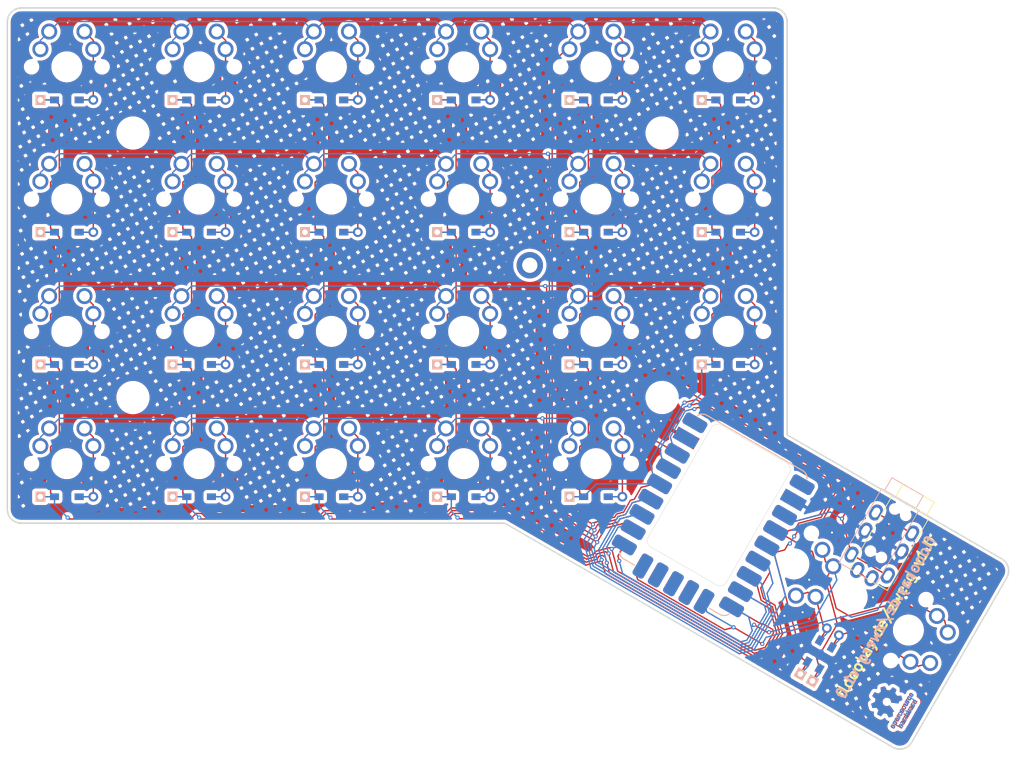
<source format=kicad_pcb>
(kicad_pcb (version 20240108) (generator "pcbnew") (generator_version "8.0")
  (layers (0 "F.Cu" signal) (31 "B.Cu" signal) (34 "B.Paste" user) (35 "F.Paste" user) (36 "B.SilkS" user "B.Silkscreen") (37 "F.SilkS" user "F.Silkscreen") (38 "B.Mask" user) (39 "F.Mask" user) (44 "Edge.Cuts" user))
  (net 0 "")
  (net 1 "Net-(D1-A)")
  (net 2 "col0")
  (net 3 "Net-(D2-A)")
  (net 4 "Net-(D3-A)")
  (net 5 "Net-(D4-A)")
  (net 6 "col1")
  (net 7 "Net-(D5-A)")
  (net 8 "Net-(D6-A)")
  (net 9 "Net-(D7-A)")
  (net 10 "Net-(D8-A)")
  (net 11 "Net-(D9-A)")
  (net 12 "col2")
  (net 13 "Net-(D10-A)")
  (net 14 "Net-(D11-A)")
  (net 15 "Net-(D12-A)")
  (net 16 "col3")
  (net 17 "Net-(D13-A)")
  (net 18 "Net-(D14-A)")
  (net 19 "Net-(D15-A)")
  (net 20 "Net-(D16-A)")
  (net 21 "Net-(D17-A)")
  (net 22 "Net-(D18-A)")
  (net 23 "rx")
  (net 24 "unconnected-(J1-PadT)")
  (net 25 "GND")
  (net 26 "vcc")
  (net 27 "row0")
  (net 28 "row1")
  (net 29 "row2")
  (net 30 "row3")
  (net 31 "row4")
  (net 37 "col4")
  (net 38 "Net-(D19-A)")
  (net 39 "Net-(D20-A)")
  (net 40 "Net-(D21-A)")
  (net 41 "Net-(D22-A)")
  (net 43 "unconnected-(U1-P2-Pad12)")
  (net 45 "col5")
  (net 46 "Net-(D23-A)")
  (net 47 "Net-(D24-A)")
  (net 48 "Net-(D25-A)")
  (net 49 "unconnected-(U1-P12-Pad20)")
  (footprint "PCM_marbastlib-xp-mx:SW_MX_Reversible_1u" (layer "F.Cu") (at 180.920309 96.616341)
    (property "Reference" "MX25" (hide yes))
    (property "Value" "MX_SW_HS" (hide yes))
  )
  (footprint "zwerg:D3_TH_SMD" (layer "F.Cu") (at 180.920309 101.378841)
    (property "Reference" "D25" (hide yes))
    (property "Value" "D_45deg" (hide yes))
  )
  (footprint "PCM_marbastlib-xp-mx:SW_MX_Reversible_1u" (layer "F.Cu") (at 161.870309 96.616341)
    (property "Reference" "MX19" (hide yes))
    (property "Value" "MX_SW_HS" (hide yes))
  )
  (footprint "PCM_marbastlib-xp-mx:SW_MX_Reversible_1u" (layer "F.Cu") (at 161.870308 58.516341)
    (property "Reference" "MX17" (hide yes))
    (property "Value" "MX_SW_HS" (hide yes))
  )
  (footprint "PCM_marbastlib-xp-mx:SW_MX_Reversible_1u" (layer "F.Cu") (at 85.670309 77.566342)
    (property "Reference" "MX2" (hide yes))
    (property "Value" "MX_SW_HS" (hide yes))
  )
  (footprint "PCM_marbastlib-xp-mx:SW_MX_Reversible_1u" (layer "F.Cu") (at 161.870309 115.666341)
    (property "Reference" "MX20" (hide yes))
    (property "Value" "MX_SW_HS" (hide yes))
  )
  (footprint "PCM_marbastlib-xp-mx:SW_MX_Reversible_1u" (layer "F.Cu") (at 123.770308 58.516341)
    (property "Reference" "MX9" (hide yes))
    (property "Value" "MX_SW_HS" (hide yes))
  )
  (footprint "MountingHole:MountingHole_4.3mm_M4" (layer "F.Cu") (at 95.19531 106.141341)
    (property "Reference" "H2" (hide yes))
    (property "Value" "MountingHole")
  )
  (footprint "Symbol:OSHW-Logo_5.7x6mm_Copper" (layer "F.Cu") (at 204.435755 150.361991 60)
    (property "Reference" "REF**" (hide yes))
    (property "Value" "OSHW-Logo_5.7x6mm_Copper" (hide yes))
  )
  (footprint "zwerg:D3_TH_SMD" (layer "F.Cu") (at 142.820309 120.428841)
    (property "Reference" "D16" (hide yes))
    (property "Value" "D_45deg" (hide yes))
  )
  (footprint "zwerg:D3_TH_SMD" (layer "F.Cu") (at 123.770308 63.278841)
    (property "Reference" "D9" (hide yes))
    (property "Value" "D_45deg" (hide yes))
  )
  (footprint "zwerg:D3_TH_SMD" (layer "F.Cu") (at 104.720309 82.328842)
    (property "Reference" "D6" (hide yes))
    (property "Value" "D_45deg" (hide yes))
  )
  (footprint "PCM_marbastlib-xp-mx:SW_MX_Reversible_1u" (layer "F.Cu") (at 104.72031 96.616341)
    (property "Reference" "MX7" (hide yes))
    (property "Value" "MX_SW_HS" (hide yes))
  )
  (footprint "MountingHole:MountingHole_4.3mm_M4" (layer "F.Cu") (at 95.195309 68.041342)
    (property "Reference" "H1" (hide yes))
    (property "Value" "MountingHole")
  )
  (footprint "PCM_marbastlib-xp-mx:SW_MX_Reversible_1u" (layer "F.Cu") (at 161.870308 77.566341)
    (property "Reference" "MX18" (hide yes))
    (property "Value" "MX_SW_HS" (hide yes))
  )
  (footprint "PCM_marbastlib-xp-mx:SW_MX_Reversible_1u" (layer "F.Cu") (at 180.920308 77.566341)
    (property "Reference" "MX24" (hide yes))
    (property "Value" "MX_SW_HS" (hide yes))
  )
  (footprint "zwerg:D3_TH_SMD" (layer "F.Cu") (at 194.954107 143.663258 60)
    (property "Reference" "D22" (hide yes))
    (property "Value" "D_45deg" (hide yes))
  )
  (footprint "zwerg:D3_TH_SMD" (layer "F.Cu") (at 85.67031 120.428841)
    (property "Reference" "D4" (hide yes))
    (property "Value" "D_45deg" (hide yes))
  )
  (footprint "zwerg:RP2040-Matrix_fb" (layer "F.Cu") (at 178.761308 123.032341 -30)
    (property "Reference" "U1" (hide yes))
    (property "Value" "RP2040-Matrix")
    (fp_line (start -6.5 7.5) (end -6.5 -10.75) (stroke (width 0.05)) (layer "Edge.Cuts"))
    (fp_line (start 5.5 8.5) (end -5.5 8.5) (stroke (width 0.05)) (layer "Edge.Cuts"))
    (fp_line (start -5.5 -11.749999) (end 5.5 -11.75) (stroke (width 0.05)) (layer "Edge.Cuts"))
    (fp_line (start 6.5 -10.75) (end 6.5 7.5) (stroke (width 0.05)) (layer "Edge.Cuts"))
    (fp_arc (start -5.5 8.5) (mid -6.207107 8.207107) (end -6.5 7.5) (stroke (width 0.05)) (layer "Edge.Cuts"))
    (fp_arc (start -6.5 -10.75) (mid -6.207107 -11.457107) (end -5.5 -11.749999) (stroke (width 0.05)) (layer "Edge.Cuts"))
    (fp_arc (start 6.5 7.5) (mid 6.207107 8.207107) (end 5.5 8.5) (stroke (width 0.05)) (layer "Edge.Cuts"))
    (fp_arc (start 5.5 -11.75) (mid 6.207107 -11.457107) (end 6.5 -10.75) (stroke (width 0.05)) (layer "Edge.Cuts"))
  )
  (footprint "PCM_marbastlib-xp-mx:SW_MX_Reversible_1u" (layer "F.Cu") (at 123.770308 77.566341)
    (property "Reference" "MX10" (hide yes))
    (property "Value" "MX_SW_HS" (hide yes))
  )
  (footprint "PCM_marbastlib-xp-mx:SW_MX_Reversible_1u" (layer "F.Cu") (at 123.770309 115.666341)
    (property "Reference" "MX12" (hide yes))
    (property "Value" "MX_SW_HS" (hide yes))
  )
  (footprint "zwerg:D3_TH_SMD" (layer "F.Cu") (at 180.920308 82.328841)
    (property "Reference" "D24" (hide yes))
    (property "Value" "D_45deg" (hide yes))
  )
  (footprint "PCM_marbastlib-xp-mx:SW_MX_Reversible_1u" (layer "F.Cu") (at 206.869201 139.628841 -120)
    (property "Reference" "MX22" (hide yes))
    (property "Value" "MX_SW_HS" (hide yes))
  )
  (footprint "zwerg:D3_TH_SMD" (layer "F.Cu") (at 123.770308 82.328841)
    (property "Reference" "D10" (hide yes))
    (property "Value" "D_45deg" (hide yes))
  )
  (footprint "zwerg:D3_TH_SMD" (layer "F.Cu") (at 180.920309 63.278841)
    (property "Reference" "D23" (hide yes))
    (property "Value" "D_45deg" (hide yes))
  )
  (footprint "MountingHole:MountingHole_2.2mm_M2_DIN965_Pad_TopBottom" (layer "F.Cu") (at 152.345308 87.091341)
    (property "Reference" "H6" (hide yes))
    (property "Value" "MountingHole")
  )
  (footprint "zwerg:D3_TH_SMD" (layer "F.Cu") (at 142.820308 63.278841)
    (property "Reference" "D13" (hide yes))
    (property "Value" "D_45deg" (hide yes))
  )
  (footprint "PCM_marbastlib-xp-mx:SW_MX_Reversible_1u" (layer "F.Cu") (at 142.820309 115.666341)
    (property "Reference" "MX16" (hide yes))
    (property "Value" "MX_SW_HS" (hide yes))
  )
  (footprint "zwerg:D3_TH_SMD" (layer "F.Cu") (at 104.72031 120.428841)
    (property "Reference" "D8" (hide yes))
    (property "Value" "D_45deg" (hide yes))
  )
  (footprint "PCM_marbastlib-xp-mx:SW_MX_Reversible_1u" (layer "F.Cu") (at 104.720309 77.566342)
    (property "Reference" "MX6" (hide yes))
    (property "Value" "MX_SW_HS" (hide yes))
  )
  (footprint "PCM_marbastlib-xp-mx:SW_MX_Reversible_1u" (layer "F.Cu") (at 142.820308 77.566341)
    (property "Reference" "MX14" (hide yes))
    (property "Value" "MX_SW_HS" (hide yes))
  )
  (footprint "zwerg:D3_TH_SMD" (layer "F.Cu") (at 104.72031 101.378841)
    (property "Reference" "D7" (hide yes))
    (property "Value" "D_45deg" (hide yes))
  )
  (footprint "zwerg:D3_TH_SMD" (layer "F.Cu") (at 161.870308 63.278841)
    (property "Reference" "D17" (hide yes))
    (property "Value" "D_45deg" (hide yes))
  )
  (footprint "zwerg:D3_TH_SMD" (layer "F.Cu") (at 85.670309 82.328842)
    (property "Reference" "D2" (hide yes))
    (property "Value" "D_45deg" (hide yes))
  )
  (footprint "zwerg:D3_TH_SMD" (layer "F.Cu") (at 161.870308 82.328841)
    (property "Reference" "D18" (hide yes))
    (property "Value" "D_45deg" (hide yes))
  )
  (footprint "PCM_marbastlib-xp-mx:SW_MX_Reversible_1u" (layer "F.Cu") (at 142.820309 96.616341)
    (property "Reference" "MX15" (hide yes))
    (property "Value" "MX_SW_HS" (hide yes))
  )
  (footprint "zwerg:D3_TH_SMD" (layer "F.Cu") (at 142.820308 82.328841)
    (property "Reference" "D14" (hide yes))
    (property "Value" "D_45deg" (hide yes))
  )
  (footprint "PCM_marbastlib-xp-mx:SW_MX_Reversible_1u" (layer "F.Cu") (at 123.770309 96.616341)
    (property "Reference" "MX11" (hide yes))
    (property "Value" "MX_SW_HS" (hide yes))
  )
  (footprint "zwerg:D3_TH_SMD" (layer "F.Cu") (at 85.670309 63.278842)
    (property "Reference" "D1" (hide yes))
    (property "Value" "D_45deg" (hide yes))
  )
  (footprint "PCM_marbastlib-xp-various:CON_MJ-4PP-9_Reversible" (layer "F.Cu") (at 203.420309 126.591341 -120)
    (property "Reference" "J1" (hide yes))
    (property "Value" "AudioJack4")
  )
  (footprint "zwerg:D3_TH_SMD" (layer "F.Cu") (at 123.770309 101.378841)
    (property "Reference" "D11" (hide yes))
    (property "Value" "D_45deg" (hide yes))
  )
  (footprint "PCM_marbastlib-xp-mx:SW_MX_Reversible_1u" (layer "F.Cu") (at 85.67031 115.666341)
    (property "Reference" "MX4" (hide yes))
    (property "Value" "MX_SW_HS" (hide yes))
  )
  (footprint "zwerg:D3_TH_SMD" (layer "F.Cu") (at 161.870309 101.378841)
    (property "Reference" "D19" (hide yes))
    (property "Value" "D_45deg" (hide yes))
  )
  (footprint "PCM_marbastlib-xp-mx:SW_MX_Reversible_1u" (layer "F.Cu") (at 85.67031 96.616341)
    (property "Reference" "MX3" (hide yes))
    (property "Value" "MX_SW_HS" (hide yes))
  )
  (footprint "PCM_marbastlib-xp-mx:SW_MX_Reversible_1u" (layer "F.Cu") (at 104.720309 58.516342)
    (property "Reference" "MX5" (hide yes))
    (property "Value" "MX_SW_HS" (hide yes))
  )
  (footprint "zwerg:D3_TH_SMD" (layer "F.Cu") (at 193.222056 142.663258 60)
    (property "Reference" "D21" (hide yes))
    (property "Value" "D_45deg" (hide yes))
  )
  (footprint "zwerg:D3_TH_SMD" (layer "F.Cu") (at 142.820309 101.378841)
    (property "Reference" "D15" (hide yes))
    (property "Value" "D_45deg" (hide yes))
  )
  (footprint "zwerg:D3_TH_SMD" (layer "F.Cu") (at 161.870309 120.428841)
    (property "Reference" "D20" (hide yes))
    (property "Value" "D_45deg" (hide yes))
  )
  (footprint "zwerg:D3_TH_SMD" (layer "F.Cu") (at 123.770309 120.428841)
    (property "Reference" "D12" (hide yes))
    (property "Value" "D_45deg" (hide yes))
  )
  (footprint "zwerg:D3_TH_SMD" (layer "F.Cu") (at 85.67031 101.378841)
    (property "Reference" "D3" (hide yes))
    (property "Value" "D_45deg" (hide yes))
  )
  (footprint "MountingHole:MountingHole_4.3mm_M4" (layer "F.Cu") (at 171.395309 106.141341)
    (property "Reference" "H4" (hide yes))
    (property "Value" "MountingHole")
  )
  (footprint "PCM_marbastlib-xp-mx:SW_MX_Reversible_1u" (layer "F.Cu") (at 104.72031 115.666341)
    (property "Reference" "MX8" (hide yes))
    (property "Value" "MX_SW_HS" (hide yes))
  )
  (footprint "PCM_marbastlib-xp-mx:SW_MX_Reversible_1u" (layer "F.Cu") (at 85.670309 58.516342)
    (property "Reference" "MX1" (hide yes))
    (property "Value" "MX_SW_HS" (hide yes))
  )
  (footprint "zwerg:D3_TH_SMD" (layer "F.Cu") (at 104.720309 63.278842)
    (property "Reference" "D5" (hide yes))
    (property "Value" "D_45deg" (hide yes))
  )
  (footprint "MountingHole:MountingHole_4.3mm_M4" (layer "F.Cu") (at 198.620309 134.866341 -30)
    (property "Reference" "H5" (hide yes))
    (property "Value" "MountingHole")
  )
  (footprint "PCM_marbastlib-xp-mx:SW_MX_Reversible_1u" (layer "F.Cu") (at 180.920309 58.516341)
    (property "Reference" "MX23" (hide yes))
    (property "Value" "MX_SW_HS" (hide yes))
  )
  (footprint "PCM_marbastlib-xp-mx:SW_MX_Reversible_1u" (layer "F.Cu") (at 190.371417 130.103841 -120)
    (property "Reference" "MX21" (hide yes))
    (property "Value" "MX_SW_HS" (hide yes))
  )
  (footprint "MountingHole:MountingHole_4.3mm_M4" (layer "F.Cu") (at 171.395308 68.041341)
    (property "Reference" "H3" (hide yes))
    (property "Value" "MountingHole")
  )
  (footprint "PCM_marbastlib-xp-mx:SW_MX_Reversible_1u" (layer "F.Cu") (at 142.820308 58.516341)
    (property "Reference" "MX13" (hide yes))
    (property "Value" "MX_SW_HS" (hide yes))
  )
  (footprint "Symbol:OSHW-Logo_5.7x6mm_Copper" (layer "B.Cu") (at 204.435755 150.361991 -120)
    (property "Reference" "REF**" (hide yes))
    (property "Value" "OSHW-Logo_5.7x6mm_Copper" (hide yes))
  )
  (gr_line (start 78.250339 50.227141) (end 78.138379 50.284141) (stroke (width 0.2)) (layer "Edge.Cuts"))
  (gr_line (start 189.366899 51.661941) (end 189.338899 51.539341) (stroke (width 0.2)) (layer "Edge.Cuts"))
  (gr_line (start 148.741498 124.236741) (end 204.630899 156.504341) (stroke (width 0.2)) (layer "Edge.Cuts"))
  (gr_line (start 207.059899 156.171641) (end 207.144899 156.079141) (stroke (width 0.2)) (layer "Edge.Cuts"))
  (gr_line (start 77.827039 123.777772) (end 77.92632 123.854781) (stroke (width 0.2)) (layer "Edge.Cuts"))
  (gr_line (start 221.225899 131.635151) (end 221.255899 131.513141) (stroke (width 0.2)) (layer "Edge.Cuts"))
  (gr_line (start 189.397899 51.911142) (end 189.385899 51.786041) (stroke (width 0.2)) (layer "Edge.Cuts"))
  (gr_line (start 221.031899 132.097311) (end 221.090899 131.986571) (stroke (width 0.2)) (layer "Edge.Cuts"))
  (gr_line (start 221.270899 130.763781) (end 221.246899 130.640612) (stroke (width 0.2)) (layer "Edge.Cuts"))
  (gr_line (start 206.5569 156.544741) (end 206.666898 156.483041) (stroke (width 0.2)) (layer "Edge.Cuts"))
  (gr_line (start 221.291899 131.264661) (end 221.2989 131.139192) (stroke (width 0.2)) (layer "Edge.Cuts"))
  (gr_line (start 187.898899 50.099541) (end 187.776899 50.072141) (stroke (width 0.2)) (layer "Edge.Cuts"))
  (gr_line (start 189.338899 51.539341) (end 189.303899 51.418741) (stroke (width 0.2)) (layer "Edge.Cuts"))
  (gr_line (start 77.349279 51.073241) (end 77.292239 51.185141) (stroke (width 0.2)) (layer "Edge.Cuts"))
  (gr_line (start 220.866899 129.855011) (end 220.785899 129.759051) (stroke (width 0.2)) (layer "Edge.Cuts"))
  (gr_line (start 77.10584 51.911142) (end 77.101899 52.036741) (stroke (width 0.2)) (layer "Edge.Cuts"))
  (gr_line (start 188.676899 50.495741) (end 188.577899 50.418741) (stroke (width 0.2)) (layer "Edge.Cuts"))
  (gr_line (start 189.401899 52.036741) (end 189.397899 51.911142) (stroke (width 0.2)) (layer "Edge.Cuts"))
  (gr_line (start 77.560869 123.511601) (end 77.643949 123.605831) (stroke (width 0.2)) (layer "Edge.Cuts"))
  (gr_line (start 78.138379 123.989361) (end 78.250339 124.046401) (stroke (width 0.2)) (layer "Edge.Cuts"))
  (gr_line (start 78.030239 123.925401) (end 78.138379 123.989361) (stroke (width 0.2)) (layer "Edge.Cuts"))
  (gr_line (start 77.413239 123.308401) (end 77.483859 123.412321) (stroke (width 0.2)) (layer "Edge.Cuts"))
  (gr_line (start 77.483859 50.861141) (end 77.413239 50.965041) (stroke (width 0.2)) (layer "Edge.Cuts"))
  (gr_line (start 78.365648 50.177141) (end 78.250339 50.227141) (stroke (width 0.2)) (layer "Edge.Cuts"))
  (gr_line (start 188.137899 50.177142) (end 188.0199 50.134641) (stroke (width 0.2)) (layer "Edge.Cuts"))
  (gr_line (start 78.604509 50.099541) (end 78.483859 50.134641) (stroke (width 0.2)) (layer "Edge.Cuts"))
  (gr_line (start 77.92632 123.854781) (end 78.030239 123.925401) (stroke (width 0.2)) (layer "Edge.Cuts"))
  (gr_line (start 78.976299 124.232801) (end 79.101899 124.236742) (stroke (width 0.2)) (layer "Edge.Cuts"))
  (gr_line (start 77.199789 51.418741) (end 77.16472 51.539341) (stroke (width 0.2)) (layer "Edge.Cuts"))
  (gr_line (start 188.473899 50.348041) (end 188.365899 50.284141) (stroke (width 0.2)) (layer "Edge.Cuts"))
  (gr_line (start 77.137319 51.661941) (end 77.117659 51.786041) (stroke (width 0.2)) (layer "Edge.Cuts"))
  (gr_line (start 221.187899 131.755041) (end 221.225899 131.635151) (stroke (width 0.2)) (layer "Edge.Cuts"))
  (gr_line (start 220.405899 129.431471) (end 220.298899 129.365261) (stroke (width 0.2)) (layer "Edge.Cuts"))
  (gr_line (start 77.560869 50.761941) (end 77.483859 50.861141) (stroke (width 0.2)) (layer "Edge.Cuts"))
  (gr_line (start 189.401899 111.526641) (end 189.401899 52.036741) (stroke (width 0.2)) (layer "Edge.Cuts"))
  (gr_line (start 77.164719 122.734131) (end 77.199789 122.854781) (stroke (width 0.2)) (layer "Edge.Cuts"))
  (gr_line (start 77.349279 123.200261) (end 77.413239 123.308401) (stroke (width 0.2)) (layer "Edge.Cuts"))
  (gr_line (start 77.732809 123.694691) (end 77.827039 123.777772) (stroke (width 0.2)) (layer "Edge.Cuts"))
  (gr_line (start 78.727129 124.201321) (end 78.851229 124.220981) (stroke (width 0.2)) (layer "Edge.Cuts"))
  (gr_line (start 220.941899 129.955891) (end 220.866899 129.855011) (stroke (width 0.2)) (layer "Edge.Cuts"))
  (gr_line (start 207.296899 155.879041) (end 207.362899 155.772241) (stroke (width 0.2)) (layer "Edge.Cuts"))
  (gr_line (start 79.101899 50.036742) (end 78.976299 50.040741) (stroke (width 0.2)) (layer "Edge.Cuts"))
  (gr_line (start 188.770899 50.578841) (end 188.676899 50.495741) (stroke (width 0.2)) (layer "Edge.Cuts"))
  (gr_line (start 221.142899 131.872341) (end 221.187899 131.755041) (stroke (width 0.2)) (layer "Edge.Cuts"))
  (gr_line (start 77.242339 51.300541) (end 77.199789 51.418741) (stroke (width 0.2)) (layer "Edge.Cuts"))
  (gr_line (start 77.483859 123.412321) (end 77.560869 123.511601) (stroke (width 0.2)) (layer "Edge.Cuts"))
  (gr_line (start 207.223899 155.981441) (end 207.296899 155.879041) (stroke (width 0.2)) (layer "Edge.Cuts"))
  (gr_line (start 77.10584 122.362342) (end 77.117659 122.487411) (stroke (width 0.2)) (layer "Edge.Cuts"))
  (gr_line (start 187.652899 50.052541) (end 187.527899 50.040741) (stroke (width 0.2)) (layer "Edge.Cuts"))
  (gr_line (start 78.250339 124.046401) (end 78.365649 124.096301) (stroke (width 0.2)) (layer "Edge.Cuts"))
  (gr_line (start 221.2989 131.139192) (end 221.297899 131.013561) (stroke (width 0.2)) (layer "Edge.Cuts"))
  (gr_line (start 205.214898 156.728541) (end 205.338899 156.750841) (stroke (width 0.2)) (layer "Edge.Cuts"))
  (gr_line (start 221.246899 130.640612) (end 221.213899 130.519241) (stroke (width 0.2)) (layer "Edge.Cuts"))
  (gr_line (start 78.030239 50.348041) (end 77.92632 50.418741) (stroke (width 0.2)) (layer "Edge.Cuts"))
  (gr_line (start 78.604509 124.173921) (end 78.727129 124.201321) (stroke (width 0.2)) (layer "Edge.Cuts"))
  (gr_line (start 206.968899 156.258541) (end 207.059899 156.171641) (stroke (width 0.2)) (layer "Edge.Cuts"))
  (gr_line (start 78.138379 50.284141) (end 78.030239 50.348041) (stroke (width 0.2)) (layer "Edge.Cuts"))
  (gr_line (start 206.208899 156.686941) (end 206.327899 156.646841) (stroke (width 0.2)) (layer "Edge.Cuts"))
  (gr_line (start 189.211899 51.185141) (end 189.154899 51.073241) (stroke (width 0.2)) (layer "Edge.Cuts"))
  (gr_line (start 187.776899 50.072141) (end 187.652899 50.052541) (stroke (width 0.2)) (layer "Edge.Cuts"))
  (gr_line (start 77.137319 122.611511) (end 77.164719 122.734131) (stroke (width 0.2)) (layer "Edge.Cuts"))
  (gr_line (start 77.242339 122.972991) (end 77.292239 123.088301) (stroke (width 0.2)) (layer "Edge.Cuts"))
  (gr_line (start 189.019899 50.861141) (end 188.942899 50.761941) (stroke (width 0.2)) (layer "Edge.Cuts"))
  (gr_line (start 206.8729 156.339641) (end 206.968899 156.258541) (stroke (width 0.2)) (layer "Edge.Cuts"))
  (gr_line (start 205.462899 156.765241) (end 205.588898 156.771842) (stroke (width 0.2)) (layer "Edge.Cuts"))
  (gr_line (start 78.851229 50.052541) (end 78.727129 50.072141) (stroke (width 0.2)) (layer "Edge.Cuts"))
  (gr_line (start 221.255899 131.513141) (end 221.277899 131.389481) (stroke (width 0.2)) (layer "Edge.Cuts"))
  (gr_line (start 221.071899 130.170721) (end 221.009899 130.061251) (stroke (width 0.2)) (layer "Edge.Cuts"))
  (gr_line (start 188.365899 50.284141) (end 188.253899 50.227142) (stroke (width 0.2)) (layer "Edge.Cuts"))
  (gr_line (start 206.666898 156.483041) (end 206.771899 156.414541) (stroke (width 0.2)) (layer "Edge.Cuts"))
  (gr_line (start 189.385899 51.786041) (end 189.366899 51.661941) (stroke (width 0.2)) (layer "Edge.Cuts"))
  (gr_line (start 77.117659 51.786041) (end 77.10584 51.911142) (stroke (width 0.2)) (layer "Edge.Cuts"))
  (gr_line (start 187.527899 50.040741) (end 187.401899 50.036742) (stroke (width 0.2)) (layer "Edge.Cuts"))
  (gr_line (start 77.16472 51.539341) (end 77.137319 51.661941) (stroke (width 0.2)) (layer "Edge.Cuts"))
  (gr_line (start 77.199789 122.854781) (end 77.242339 122.972991) (stroke (width 0.2)) (layer "Edge.Cuts"))
  (gr_line (start 205.338899 156.750841) (end 205.462899 156.765241) (stroke (width 0.2)) (layer "Edge.Cuts"))
  (gr_line (start 206.443899 156.599341) (end 206.5569 156.544741) (stroke (width 0.2)) (layer "Edge.Cuts"))
  (gr_line (start 206.327899 156.646841) (end 206.443899 156.599341) (stroke (width 0.2)) (layer "Edge.Cuts"))
  (gr_line (start 189.090899 50.965041) (end 189.019899 50.861141) (stroke (width 0.2)) (layer "Edge.Cuts"))
  (gr_line (start 77.643949 123.605831) (end 77.732809 123.694691) (stroke (width 0.2)) (layer "Edge.Cuts"))
  (gr_line (start 78.365649 124.096301) (end 78.483859 124.138851) (stroke (width 0.2)) (layer "Edge.Cuts"))
  (gr_line (start 221.173899 130.400161) (end 221.126899 130.283831) (stroke (width 0.2)) (layer "Edge.Cuts"))
  (gr_line (start 77.82704 50.495741) (end 77.732809 50.578841) (stroke (width 0.2)) (layer "Edge.Cuts"))
  (gr_line (start 77.643949 50.667641) (end 77.560869 50.761941) (stroke (width 0.2)) (layer "Edge.Cuts"))
  (gr_line (start 78.851229 124.220981) (end 78.976299 124.232801) (stroke (width 0.2)) (layer "Edge.Cuts"))
  (gr_line (start 204.630899 156.504341) (end 204.740899 156.563741) (stroke (width 0.2)) (layer "Edge.Cuts"))
  (gr_line (start 77.413239 50.965041) (end 77.349279 51.073241) (stroke (width 0.2)) (layer "Edge.Cuts"))
  (gr_line (start 220.298899 129.365261) (end 189.401899 111.526641) (stroke (width 0.2)) (layer "Edge.Cuts"))
  (gr_line (start 188.859899 50.667641) (end 188.770899 50.578841) (stroke (width 0.2)) (layer "Edge.Cuts"))
  (gr_line (start 207.144899 156.079141) (end 207.223899 155.981441) (stroke (width 0.2)) (layer "Edge.Cuts"))
  (gr_line (start 77.732809 50.578841) (end 77.643949 50.667641) (stroke (width 0.2)) (layer "Edge.Cuts"))
  (gr_line (start 78.727129 50.072141) (end 78.604509 50.099541) (stroke (width 0.2)) (layer "Edge.Cuts"))
  (gr_line (start 77.101899 122.236741) (end 77.10584 122.362342) (stroke (width 0.2)) (layer "Edge.Cuts"))
  (gr_line (start 78.483859 50.134641) (end 78.365648 50.177141) (stroke (width 0.2)) (layer "Edge.Cuts"))
  (gr_line (start 189.261899 51.300541) (end 189.211899 51.185141) (stroke (width 0.2)) (layer "Edge.Cuts"))
  (gr_line (start 204.740899 156.563741) (end 204.855899 156.616041) (stroke (width 0.2)) (layer "Edge.Cuts"))
  (gr_line (start 206.086899 156.719441) (end 206.208899 156.686941) (stroke (width 0.2)) (layer "Edge.Cuts"))
  (gr_line (start 77.92632 50.418741) (end 77.82704 50.495741) (stroke (width 0.2)) (layer "Edge.Cuts"))
  (gr_line (start 220.698899 129.668371) (end 220.605899 129.583311) (stroke (width 0.2)) (layer "Edge.Cuts"))
  (gr_line (start 221.213899 130.519241) (end 221.173899 130.400161) (stroke (width 0.2)) (layer "Edge.Cuts"))
  (gr_line (start 220.785899 129.759051) (end 220.698899 129.668371) (stroke (width 0.2)) (layer "Edge.Cuts"))
  (gr_line (start 189.303899 51.418741) (end 189.261899 51.300541) (stroke (width 0.2)) (layer "Edge.Cuts"))
  (gr_line (start 188.577899 50.418741) (end 188.473899 50.348041) (stroke (width 0.2)) (layer "Edge.Cuts"))
  (gr_line (start 78.976299 50.040741) (end 78.851229 50.052541) (stroke (width 0.2)) (layer "Edge.Cuts"))
  (gr_line (start 206.771899 156.414541) (end 206.8729 156.339641) (stroke (width 0.2)) (layer "Edge.Cuts"))
  (gr_line (start 188.253899 50.227142) (end 188.137899 50.177142) (stroke (width 0.2)) (layer "Edge.Cuts"))
  (gr_line (start 207.362899 155.772241) (end 221.031899 132.097311) (stroke (width 0.2)) (layer "Edge.Cuts"))
  (gr_line (start 220.605899 129.583311) (end 220.508899 129.504261) (stroke (width 0.2)) (layer "Edge.Cuts"))
  (gr_line (start 221.277899 131.389481) (end 221.291899 131.264661) (stroke (width 0.2)) (layer "Edge.Cuts"))
  (gr_line (start 187.401899 50.036742) (end 79.101899 50.036742) (stroke (width 0.2)) (layer "Edge.Cuts"))
  (gr_line (start 205.092899 156.698641) (end 205.214898 156.728541) (stroke (width 0.2)) (layer "Edge.Cuts"))
  (gr_line (start 221.288899 130.888242) (end 221.270899 130.763781) (stroke (width 0.2)) (layer "Edge.Cuts"))
  (gr_line (start 205.713899 156.770541) (end 205.839899 156.761341) (stroke (width 0.2)) (layer "Edge.Cuts"))
  (gr_line (start 205.588898 156.771842) (end 205.713899 156.770541) (stroke (width 0.2)) (layer "Edge.Cuts"))
  (gr_line (start 79.101899 124.236742) (end 148.741498 124.236741) (stroke (width 0.2)) (layer "Edge.Cuts"))
  (gr_line (start 221.126899 130.283831) (end 221.071899 130.170721) (stroke (width 0.2)) (layer "Edge.Cuts"))
  (gr_line (start 188.942899 50.761941) (end 188.859899 50.667641) (stroke (width 0.2)) (layer "Edge.Cuts"))
  (gr_line (start 77.101899 52.036741) (end 77.101899 122.236741) (stroke (width 0.2)) (layer "Edge.Cuts"))
  (gr_line (start 220.508899 129.504261) (end 220.405899 129.431471) (stroke (width 0.2)) (layer "Edge.Cuts"))
  (gr_line (start 204.855899 156.616041) (end 204.972899 156.661041) (stroke (width 0.2)) (layer "Edge.Cuts"))
  (gr_line (start 221.009899 130.061251) (end 220.941899 129.955891) (stroke (width 0.2)) (layer "Edge.Cuts"))
  (gr_line (start 205.963899 156.744241) (end 206.086899 156.719441) (stroke (width 0.2)) (layer "Edge.Cuts"))
  (gr_line (start 205.839899 156.761341) (end 205.963899 156.744241) (stroke (width 0.2)) (layer "Edge.Cuts"))
  (gr_line (start 221.090899 131.986571) (end 221.142899 131.872341) (stroke (width 0.2)) (layer "Edge.Cuts"))
  (gr_line (start 188.0199 50.134641) (end 187.898899 50.099541) (stroke (width 0.2)) (layer "Edge.Cuts"))
  (gr_line (start 77.292239 51.185141) (end 77.242339 51.300541) (stroke (width 0.2)) (layer "Edge.Cuts"))
  (gr_line (start 221.297899 131.013561) (end 221.288899 130.888242) (stroke (width 0.2)) (layer "Edge.Cuts"))
  (gr_line (start 78.483859 124.138851) (end 78.604509 124.173921) (stroke (width 0.2)) (layer "Edge.Cuts"))
  (gr_line (start 77.117659 122.487411) (end 77.137319 122.611511) (stroke (width 0.2)) (layer "Edge.Cuts"))
  (gr_line (start 204.972899 156.661041) (end 205.092899 156.698641) (stroke (width 0.2)) (layer "Edge.Cuts"))
  (gr_line (start 189.154899 51.073241) (end 189.090899 50.965041) (stroke (width 0.2)) (layer "Edge.Cuts"))
  (gr_line (start 77.292239 123.088301) (end 77.349279 123.200261) (stroke (width 0.2)) (layer "Edge.Cuts"))
  (gr_text "floookay.de/zwerg v1.0\n" (at 204.360755 138.261991 60) (layer "B.SilkS") (effects (font (size 1.5 1.5) (thickness 0.3) (bold yes)) (justify bottom mirror)))
  (gr_text "floookay.de/zwerg v1.0\n" (at 204.410755 138.186991 60) (layer "F.SilkS") (effects (font (size 1.5 1.5) (thickness 0.3) (bold yes)) (justify bottom)))
  (segment (start 88.210309 53.436341) (end 89.480309 54.706341) (width 0.2) (layer "F.Cu") (net 1))
  (segment (start 89.480309 54.706341) (end 89.480309 55.976341) (width 0.2) (layer "F.Cu") (net 1))
  (segment (start 89.480309 55.976341) (end 89.480308 63.278841) (width 0.2) (layer "F.Cu") (net 1))
  (segment (start 89.480308 63.278841) (end 87.445309 63.278842) (width 0.2) (layer "F.Cu") (net 1))
  (segment (start 87.445309 63.278842) (end 89.480309 63.278842) (width 0.2) (layer "B.Cu") (net 1))
  (segment (start 83.895309 82.328842) (end 83.326409 81.759942) (width 0.2) (layer "F.Cu") (net 2))
  (segment (start 104.285755 122.836742) (end 105.110756 122.836742) (width 0.2) (layer "F.Cu") (net 2))
  (segment (start 186.221537 142.141645) (end 184.731241 142.540968) (width 0.2) (layer "F.Cu") (net 2))
  (segment (start 83.89531 120.428841) (end 81.860309 120.428841) (width 0.2) (layer "F.Cu") (net 2))
  (segment (start 122.795069 122.436741) (end 124.576441 122.436741) (width 0.2) (layer "F.Cu") (net 2))
  (segment (start 105.510755 123.236741) (end 121.995069 123.236741) (width 0.2) (layer "F.Cu") (net 2))
  (segment (start 124.576441 122.436741) (end 124.860755 122.721056) (width 0.2) (layer "F.Cu") (net 2))
  (segment (start 83.89531 101.378841) (end 83.326409 100.809942) (width 0.2) (layer "F.Cu") (net 2))
  (segment (start 161.512282 128.740125) (end 160.576112 128.990971) (width 0.2) (layer "F.Cu") (net 2))
  (segment (start 84.580309 83.013841) (end 83.895309 82.328842) (width 0.2) (layer "F.Cu") (net 2))
  (segment (start 161.756919 128.316402) (end 161.549782 128.675173) (width 0.2) (layer "F.Cu") (net 2))
  (segment (start 124.860755 122.721056) (end 124.97644 122.836741) (width 0.2) (layer "F.Cu") (net 2))
  (segment (start 121.995069 123.236741) (end 122.795069 122.436741) (width 0.2) (layer "F.Cu") (net 2))
  (segment (start 163.286726 127.906492) (end 163.286725 127.906491) (width 0.2) (layer "F.Cu") (net 2))
  (segment (start 187.339016 139.558607) (end 187.457518 140.000862) (width 0.2) (layer "F.Cu") (net 2))
  (segment (start 162.474082 128.124239) (end 161.756919 128.316402) (width 0.2) (layer "F.Cu") (net 2))
  (segment (start 164.998338 131.148171) (end 164.266287 128.41612) (width 0.2) (layer "F.Cu") (net 2))
  (segment (start 84.580309 63.963841) (end 83.895309 63.278842) (width 0.2) (layer "F.Cu") (net 2))
  (segment (start 143.263178 122.388913) (end 149.219473 122.388913) (width 0.2) (layer "F.Cu") (net 2))
  (segment (start 164.266285 128.416119) (end 164.138176 127.93801) (width 0.2) (layer "F.Cu") (net 2))
  (segment (start 105.110756 122.836742) (end 105.510755 123.236741) (width 0.2) (layer "F.Cu") (net 2))
  (segment (start 103.485755 123.636742) (end 104.285755 122.836742) (width 0.2) (layer "F.Cu") (net 2))
  (segment (start 184.731241 142.540968) (end 164.998338 131.148171) (width 0.2) (layer "F.Cu") (net 2))
  (segment (start 84.580309 102.063841) (end 83.89531 101.378841) (width 0.2) (layer "F.Cu") (net 2))
  (segment (start 141.004383 122.036741) (end 142.911006 122.036741) (width 0.2) (layer "F.Cu") (net 2))
  (segment (start 85.985755 123.636742) (end 103.485755 123.636742) (width 0.2) (layer "F.Cu") (net 2))
  (segment (start 164.138176 127.93801) (end 163.83099 127.760656) (width 0.2) (layer "F.Cu") (net 2))
  (segment (start 83.326409 100.809942) (end 83.32641 94.197741) (width 0.2) (layer "F.Cu") (net 2))
  (segment (start 83.89531 101.378841) (end 81.860309 101.378841) (width 0.2) (layer "F.Cu") (net 2))
  (segment (start 84.580309 92.943841) (end 84.580309 83.013841) (width 0.2) (layer "F.Cu") (net 2))
  (segment (start 160.576112 128.990971) (end 160.173691 128.758633) (width 0.2) (layer "F.Cu") (net 2))
  (segment (start 164.138176 127.93801) (end 163.847802 127.770362) (width 0.2) (layer "F.Cu") (net 2))
  (segment (start 185.865449 138.707843) (end 187.339016 139.558607) (width 0.2) (layer "F.Cu") (net 2))
  (segment (start 83.326409 81.759942) (end 83.32641 75.147741) (width 0.2) (layer "F.Cu") (net 2))
  (segment (start 84.580309 73.893841) (end 84.580309 63.963841) (width 0.2) (layer "F.Cu") (net 2))
  (segment (start 83.32641 75.147741) (end 84.580309 73.893841) (width 0.2) (layer "F.Cu") (net 2))
  (segment (start 84.580309 111.993841) (end 84.580309 102.063841) (width 0.2) (layer "F.Cu") (net 2))
  (segment (start 83.326409 119.859942) (end 83.326409 113.247741) (width 0.2) (layer "F.Cu") (net 2))
  (segment (start 160.173691 128.758633) (end 149.326653 122.496093) (width 0.2) (layer "F.Cu") (net 2))
  (segment (start 83.895309 63.278842) (end 81.860309 63.278842) (width 0.2) (layer "F.Cu") (net 2))
  (segment (start 140.204383 122.836741) (end 141.004383 122.036741) (width 0.2) (layer "F.Cu") (net 2))
  (segment (start 185.67873 138.757874) (end 185.865449 138.707843) (width 0.2) (layer "F.Cu") (net 2))
  (segment (start 181.406255 136.291159) (end 185.67873 138.757874) (width 0.2) (layer "F.Cu") (net 2))
  (segment (start 83.32641 94.197741) (end 84.580309 92.943841) (width 0.2) (layer "F.Cu") (net 2))
  (segment (start 124.97644 122.836741) (end 140.204383 122.836741) (width 0.2) (layer "F.Cu") (net 2))
  (segment (start 83.895309 82.328842) (end 81.860309 82.328842) (width 0.2) (layer "F.Cu") (net 2))
  (segment (start 187.457518 140.000862) (end 186.221537 142.141645) (width 0.2) (layer "F.Cu") (net 2))
  (segment (start 163.83099 127.760656) (end 163.286726 127.906492) (width 0.2) (layer "F.Cu") (net 2))
  (segment (start 149.219473 122.388913) (end 149.326653 122.496093) (width 0.2) (layer "F.Cu") (net 2))
  (segment (start 142.911006 122.036741) (end 143.263178 122.388913) (width 0.2) (layer "F.Cu") (net 2))
  (segment (start 83.326409 113.247741) (end 84.580309 111.993841) (width 0.2) (layer "F.Cu") (net 2))
  (segment (start 83.89531 120.428841) (end 83.326409 119.859942) (width 0.2) (layer "F.Cu") (net 2))
  (segment (start 163.286725 127.906491) (end 162.474082 128.124239) (width 0.2) (layer "F.Cu") (net 2))
  (segment (start 161.549782 128.675173) (end 161.512282 128.740125) (width 0.2) (layer "F.Cu") (net 2))
  (segment (start 85.785755 123.436742) (end 85.985755 123.636742) (width 0.2) (layer "F.Cu") (net 2))
  (via (at 85.785755 123.436742) (size 0.6) (drill 0.3) (layers "F.Cu" "B.Cu") (net 2))
  (via (at 164.138176 127.93801) (size 0.6) (drill 0.3) (layers "F.Cu" "B.Cu") (net 2))
  (segment (start 164.138176 127.93801) (end 164.190291 127.847744) (width 0.2) (layer "B.Cu") (net 2))
  (segment (start 164.190291 127.847744) (end 165.960345 127.373459) (width 0.2) (layer "B.Cu") (net 2))
  (segment (start 83.895309 82.328842) (end 81.860309 82.328842) (width 0.2) (layer "B.Cu") (net 2))
  (segment (start 83.895309 63.278842) (end 81.860309 63.278842) (width 0.2) (layer "B.Cu") (net 2))
  (segment (start 83.89531 121.546297) (end 85.785755 123.436742) (width 0.2) (layer "B.Cu") (net 2))
  (segment (start 83.89531 120.428841) (end 83.89531 121.546297) (width 0.2) (layer "B.Cu") (net 2))
  (segment (start 81.86031 120.428841) (end 83.89531 120.428841) (width 0.2) (layer "B.Cu") (net 2))
  (segment (start 83.89531 101.378841) (end 81.86031 101.378841) (width 0.2) (layer "B.Cu") (net 2))
  (segment (start 89.480309 75.026341) (end 89.480308 82.328841) (width 0.2) (layer "F.Cu") (net 3))
  (segment (start 89.480309 73.756341) (end 89.480309 75.026341) (width 0.2) (layer "F.Cu") (net 3))
  (segment (start 89.480308 82.328841) (end 87.445309 82.328842) (width 0.2) (layer "F.Cu") (net 3))
  (segment (start 88.210309 72.486341) (end 89.480309 73.756341) (width 0.2) (layer "F.Cu") (net 3))
  (segment (start 87.445309 82.328842) (end 89.480309 82.328842) (width 0.2) (layer "B.Cu") (net 3))
  (segment (start 89.480309 94.076341) (end 89.480309 101.378841) (width 0.2) (layer "F.Cu") (net 4))
  (segment (start 89.480308 92.806341) (end 89.480309 94.076341) (width 0.2) (layer "F.Cu") (net 4))
  (segment (start 88.210309 91.536341) (end 89.480308 92.806341) (width 0.2) (layer "F.Cu") (net 4))
  (segment (start 89.480309 101.378841) (end 87.445309 101.378841) (width 0.2) (layer "F.Cu") (net 4))
  (segment (start 87.44531 101.378841) (end 89.48031 101.378841) (width 0.2) (layer "B.Cu") (net 4))
  (segment (start 89.480309 113.126341) (end 89.480309 120.428841) (width 0.2) (layer "F.Cu") (net 5))
  (segment (start 88.210309 110.586341) (end 89.480308 111.856341) (width 0.2) (layer "F.Cu") (net 5))
  (segment (start 89.480309 120.428841) (end 87.445309 120.428841) (width 0.2) (layer "F.Cu") (net 5))
  (segment (start 89.480308 111.856341) (end 89.480309 113.126341) (width 0.2) (layer "F.Cu") (net 5))
  (segment (start 87.44531 120.428841) (end 89.48031 120.428841) (width 0.2) (layer "B.Cu") (net 5))
  (segment (start 161.080652 129.272045) (end 160.522148 129.421695) (width 0.2) (layer "F.Cu") (net 6))
  (segment (start 163.695575 128.604421) (end 163.230214 128.335744) (width 0.2) (layer "F.Cu") (net 6))
  (segment (start 103.630309 102.063841) (end 102.945309 101.378841) (width 0.2) (layer "F.Cu") (net 6))
  (segment (start 142.979635 122.671056) (end 143.10144 122.792861) (width 0.2) (layer "F.Cu") (net 6))
  (segment (start 102.945308 82.328841) (end 100.910309 82.328842) (width 0.2) (layer "F.Cu") (net 6))
  (segment (start 104.735755 123.436742) (end 104.935754 123.636741) (width 0.2) (layer "F.Cu") (net 6))
  (segment (start 102.376409 100.809942) (end 102.37641 94.197741) (width 0.2) (layer "F.Cu") (net 6))
  (segment (start 142.745321 122.436741) (end 142.979635 122.671056) (width 0.2) (layer "F.Cu") (net 6))
  (segment (start 122.960755 122.836741) (end 124.410755 122.836741) (width 0.2) (layer "F.Cu") (net 6))
  (segment (start 124.810755 123.236741) (end 140.370069 123.236741) (width 0.2) (layer "F.Cu") (net 6))
  (segment (start 140.370069 123.236741) (end 141.170069 122.436741) (width 0.2) (layer "F.Cu") (net 6))
  (segment (start 164.4099 131.270316) (end 163.845146 129.162627) (width 0.2) (layer "F.Cu") (net 6))
  (segment (start 162.027743 128.657945) (end 161.862057 128.944922) (width 0.2) (layer "F.Cu") (net 6))
  (segment (start 186.485104 142.485133) (end 184.67473 142.970221) (width 0.2) (layer "F.Cu") (net 6))
  (segment (start 182.676255 134.091454) (end 186.949241 136.558464) (width 0.2) (layer "F.Cu") (net 6))
  (segment (start 159.692233 128.942543) (end 159.60563 128.892543) (width 0.2) (layer "F.Cu") (net 6))
  (segment (start 102.945308 63.278841) (end 100.910309 63.278842) (width 0.2) (layer "F.Cu") (net 6))
  (segment (start 102.37641 113.247741) (end 103.630309 111.993841) (width 0.2) (layer "F.Cu") (net 6))
  (segment (start 186.949241 136.558464) (end 187.886771 140.057375) (width 0.2) (layer "F.Cu") (net 6))
  (segment (start 163.230214 128.335744) (end 162.027743 128.657945) (width 0.2) (layer "F.Cu") (net 6))
  (segment (start 163.695575 128.604421) (end 163.247026 128.345451) (width 0.2) (layer "F.Cu") (net 6))
  (segment (start 161.862057 128.944922) (end 161.781635 129.084217) (width 0.2) (layer "F.Cu") (net 6))
  (segment (start 102.945309 101.378841) (end 102.376409 100.809942) (width 0.2) (layer "F.Cu") (net 6))
  (segment (start 163.845146 129.162627) (end 163.695575 128.604421) (width 0.2) (layer "F.Cu") (net 6))
  (segment (start 102.37641 94.197741) (end 103.630309 92.943841) (width 0.2) (layer "F.Cu") (net 6))
  (segment (start 103.630309 63.963841) (end 102.945308 63.278841) (width 0.2) (layer "F.Cu") (net 6))
  (segment (start 102.945309 120.428841) (end 102.376409 119.859942) (width 0.2) (layer "F.Cu") (net 6))
  (segment (start 103.630309 83.013841) (end 102.945308 82.328841) (width 0.2) (layer "F.Cu") (net 6))
  (segment (start 103.630309 111.993841) (end 103.630309 102.063841) (width 0.2) (layer "F.Cu") (net 6))
  (segment (start 161.781635 129.084217) (end 161.080652 129.272045) (width 0.2) (layer "F.Cu") (net 6))
  (segment (start 100.910309 120.428841) (end 102.945309 120.428841) (width 0.2) (layer "F.Cu") (net 6))
  (segment (start 102.37641 81.759943) (end 102.37641 75.147741) (width 0.2) (layer "F.Cu") (net 6))
  (segment (start 141.170069 122.436741) (end 142.745321 122.436741) (width 0.2) (layer "F.Cu") (net 6))
  (segment (start 143.105388 122.788913) (end 149.033833 122.788913) (width 0.2) (layer "F.Cu") (net 6))
  (segment (start 104.935754 123.636741) (end 122.160755 123.636741) (width 0.2) (layer "F.Cu") (net 6))
  (segment (start 184.67473 142.970221) (end 164.4099 131.270316) (width 0.2) (layer "F.Cu") (net 6))
  (segment (start 102.945308 82.328841) (end 102.37641 81.759943) (width 0.2) (layer "F.Cu") (net 6))
  (segment (start 187.886771 140.057375) (end 186.485104 142.485133) (width 0.2) (layer "F.Cu") (net 6))
  (segment (start 102.945309 101.378841) (end 100.910309 101.378841) (width 0.2) (layer "F.Cu") (net 6))
  (segment (start 160.522148 129.421695) (end 159.692233 128.942543) (width 0.2) (layer "F.Cu") (net 6))
  (segment (start 159.692233 128.942543) (end 149.033833 122.788913) (width 0.2) (layer "F.Cu") (net 6))
  (segment (start 122.160755 123.636741) (end 122.960755 122.836741) (width 0.2) (layer "F.Cu") (net 6))
  (segment (start 124.410755 122.836741) (end 124.810755 123.236741) (width 0.2) (layer "F.Cu") (net 6))
  (segment (start 102.376409 119.859942) (end 102.37641 113.247741) (width 0.2) (layer "F.Cu") (net 6))
  (segment (start 102.37641 75.147741) (end 103.630309 73.893841) (width 0.2) (layer "F.Cu") (net 6))
  (segment (start 143.10144 122.792861) (end 143.105388 122.788913) (width 0.2) (layer "F.Cu") (net 6))
  (segment (start 103.630309 73.893841) (end 103.630309 63.963841) (width 0.2) (layer "F.Cu") (net 6))
  (segment (start 103.630309 92.943841) (end 103.630309 83.013841) (width 0.2) (layer "F.Cu") (net 6))
  (via (at 163.695575 128.604421) (size 0.6) (drill 0.3) (layers "F.Cu" "B.Cu") (net 6))
  (via (at 104.735755 123.436742) (size 0.6) (drill 0.3) (layers "F.Cu" "B.Cu") (net 6))
  (segment (start 100.91031 120.428841) (end 102.94531 120.428841) (width 0.2) (layer "B.Cu") (net 6))
  (segment (start 102.945309 63.278842) (end 100.910309 63.278842) (width 0.2) (layer "B.Cu") (net 6))
  (segment (start 102.94531 121.646297) (end 104.735755 123.436742) (width 0.2) (layer "B.Cu") (net 6))
  (segment (start 102.94531 101.378841) (end 100.91031 101.378841) (width 0.2) (layer "B.Cu") (net 6))
  (segment (start 165.077627 124.802372) (end 166.108612 124.526121) (width 0.2) (layer "B.Cu") (net 6))
  (segment (start 163.695575 128.604421) (end 163.437845 127.642559) (width 0.2) (layer "B.Cu") (net 6))
  (segment (start 102.94531 120.428841) (end 102.94531 121.646297) (width 0.2) (layer "B.Cu") (net 6))
  (segment (start 163.437845 127.642559) (end 165.077627 124.802372) (width 0.2) (layer "B.Cu") (net 6))
  (segment (start 166.108612 124.526121) (end 167.230346 125.173754) (width 0.2) (layer "B.Cu") (net 6))
  (segment (start 100.910309 82.328842) (end 102.945309 82.328842) (width 0.2) (layer "B.Cu") (net 6))
  (segment (start 108.530309 54.706341) (end 108.530309 55.976341) (width 0.2) (layer "F.Cu") (net 7))
  (segment (start 107.26031 53.436342) (end 108.530309 54.706341) (width 0.2) (layer "F.Cu") (net 7))
  (segment (start 106.495309 63.278842) (end 108.530308 63.278841) (width 0.2) (layer "F.Cu") (net 7))
  (segment (start 108.530309 55.976341) (end 108.530308 63.278841) (width 0.2) (layer "F.Cu") (net 7))
  (segment (start 108.530309 63.278842) (end 106.495309 63.278842) (width 0.2) (layer "B.Cu") (net 7))
  (segment (start 107.260309 72.486341) (end 108.530309 73.756341) (width 0.2) (layer "F.Cu") (net 8))
  (segment (start 106.495309 82.328842) (end 108.530308 82.328841) (width 0.2) (layer "F.Cu") (net 8))
  (segment (start 108.530309 75.026341) (end 108.530308 82.328841) (width 0.2) (layer "F.Cu") (net 8))
  (segment (start 108.530309 73.756341) (end 108.530309 75.026341) (width 0.2) (layer "F.Cu") (net 8))
  (segment (start 106.495309 82.328842) (end 108.530309 82.328842) (width 0.2) (layer "B.Cu") (net 8))
  (segment (start 108.530309 94.076341) (end 108.530309 101.378841) (width 0.2) (layer "F.Cu") (net 9))
  (segment (start 108.530309 92.806341) (end 108.530309 94.076341) (width 0.2) (layer "F.Cu") (net 9))
  (segment (start 106.49531 101.378841) (end 108.530309 101.378841) (width 0.2) (layer "F.Cu") (net 9))
  (segment (start 107.260309 91.536341) (end 108.530309 92.806341) (width 0.2) (layer "F.Cu") (net 9))
  (segment (start 108.53031 101.378841) (end 106.49531 101.378841) (width 0.2) (layer "B.Cu") (net 9))
  (segment (start 107.260309 110.586341) (end 108.530309 111.856341) (width 0.2) (layer "F.Cu") (net 10))
  (segment (start 108.530309 111.856341) (end 108.530309 113.126341) (width 0.2) (layer "F.Cu") (net 10))
  (segment (start 106.49531 120.428841) (end 108.530309 120.428841) (width 0.2) (layer "F.Cu") (net 10))
  (segment (start 108.530309 113.126341) (end 108.530309 120.428841) (width 0.2) (layer "F.Cu") (net 10))
  (segment (start 106.49531 120.428841) (end 108.53031 120.428841) (width 0.2) (layer "B.Cu") (net 10))
  (segment (start 127.580309 54.706341) (end 127.580309 55.976341) (width 0.2) (layer "F.Cu") (net 11))
  (segment (start 126.31031 53.436342) (end 127.580309 54.706341) (width 0.2) (layer "F.Cu") (net 11))
  (segment (start 127.580309 63.278841) (end 125.545309 63.278842) (width 0.2) (layer "F.Cu") (net 11))
  (segment (start 127.580309 55.976341) (end 127.580309 63.278841) (width 0.2) (layer "F.Cu") (net 11))
  (segment (start 127.580308 63.278841) (end 125.545308 63.278841) (width 0.2) (layer "B.Cu") (net 11))
  (segment (start 160.465636 129.850949) (end 158.994268 129.001454) (width 0.2) (layer "F.Cu") (net 12))
  (segment (start 121.995309 120.428841) (end 121.426409 119.859942) (width 0.2) (layer "F.Cu") (net 12))
  (segment (start 140.535755 123.636741) (end 141.335755 122.836741) (width 0.2) (layer "F.Cu") (net 12))
  (segment (start 121.42641 75.147741) (end 122.680309 73.893841) (width 0.2) (layer "F.Cu") (net 12))
  (segment (start 162.78824 128.882493) (end 162.771428 128.872786) (width 0.2) (layer "F.Cu") (net 12))
  (segment (start 188.316025 140.113885) (end 186.748671 142.828621) (width 0.2) (layer "F.Cu") (net 12))
  (segment (start 121.42641 94.197741) (end 122.680309 92.943841) (width 0.2) (layer "F.Cu") (net 12))
  (segment (start 121.995308 82.328841) (end 119.960309 82.328842) (width 0.2) (layer "F.Cu") (net 12))
  (segment (start 121.426409 119.859942) (end 121.42641 113.247741) (width 0.2) (layer "F.Cu") (net 12))
  (segment (start 142.579635 122.836741) (end 142.935755 123.192861) (width 0.2) (layer "F.Cu") (net 12))
  (segment (start 186.748671 142.828621) (end 184.618218 143.399475) (width 0.2) (layer "F.Cu") (net 12))
  (segment (start 162.29131 129.001434) (end 162.045202 129.427705) (width 0.2) (layer "F.Cu") (net 12))
  (segment (start 148.929885 123.192861) (end 148.931204 123.191542) (width 0.2) (layer "F.Cu") (net 12))
  (segment (start 121.42641 113.247741) (end 122.680309 111.993841) (width 0.2) (layer "F.Cu") (net 12))
  (segment (start 123.785505 123.636741) (end 140.535755 123.636741) (width 0.2) (layer "F.Cu") (net 12))
  (segment (start 141.335755 122.836741) (end 142.579635 122.836741) (width 0.2) (layer "F.Cu") (net 12))
  (segment (start 122.680309 83.013841) (end 121.995308 82.328841) (width 0.2) (layer "F.Cu") (net 12))
  (segment (start 185.663847 135.35446) (end 187.29273 136.294896) (width 0.2) (layer "F.Cu") (net 12))
  (segment (start 121.42641 81.759943) (end 121.42641 75.147741) (width 0.2) (layer "F.Cu") (net 12))
  (segment (start 122.680309 111.993841) (end 122.680309 102.063841) (width 0.2) (layer "F.Cu") (net 12))
  (segment (start 121.995308 82.328841) (end 121.42641 81.759943) (width 0.2) (layer "F.Cu") (net 12))
  (segment (start 122.680309 73.893841) (end 122.680309 63.963841) (width 0.2) (layer "F.Cu") (net 12))
  (segment (start 122.680309 102.063841) (end 121.995309 101.378841) (width 0.2) (layer "F.Cu") (net 12))
  (segment (start 123.635755 123.486991) (end 123.785505 123.636741) (width 0.2) (layer "F.Cu") (net 12))
  (segment (start 121.426409 100.809942) (end 121.42641 94.197741) (width 0.2) (layer "F.Cu") (net 12))
  (segment (start 158.994268 129.001454) (end 148.931204 123.191542) (width 0.2) (layer "F.Cu") (net 12))
  (segment (start 187.29273 136.294896) (end 188.316025 140.113885) (width 0.2) (layer "F.Cu") (net 12))
  (segment (start 163.434543 129.948455) (end 163.214928 129.128841) (width 0.2) (layer "F.Cu") (net 12))
  (segment (start 163.821463 131.392459) (end 163.434543 129.948455) (width 0.2) (layer "F.Cu") (net 12))
  (segment (start 163.214928 129.128841) (end 162.78824 128.882493) (width 0.2) (layer "F.Cu") (net 12))
  (segment (start 163.821461 131.392462) (end 163.821463 131.392459) (width 0.2) (layer "F.Cu") (net 12))
  (segment (start 122.680309 92.943841) (end 122.680309 83.013841) (width 0.2) (layer "F.Cu") (net 12))
  (segment (start 123.635755 123.436741) (end 123.635755 123.486991) (width 0.2) (layer "F.Cu") (net 12))
  (segment (start 121.995308 63.278841) (end 119.960309 63.278842) (width 0.2) (layer "F.Cu") (net 12))
  (segment (start 184.880553 132.431167) (end 185.663847 135.35446) (width 0.2) (layer "F.Cu") (net 12))
  (segment (start 121.995309 120.428841) (end 119.960309 120.428841) (width 0.2) (layer "F.Cu") (net 12))
  (segment (start 119.960309 101.378841) (end 121.995309 101.378841) (width 0.2) (layer "F.Cu") (net 12))
  (segment (start 122.680309 63.963841) (end 121.995308 63.278841) (width 0.2) (layer "F.Cu") (net 12))
  (segment (start 162.045202 129.427705) (end 161.344219 129.615533) (width 0.2) (layer "F.Cu") (net 12))
  (segment (start 142.935755 123.192861) (end 148.929885 123.192861) (width 0.2) (layer "F.Cu") (net 12))
  (segment (start 184.618218 143.399475) (end 163.821461 131.392462) (width 0.2) (layer "F.Cu") (net 12))
  (segment (start 183.946255 131.89175) (end 184.880553 132.431167) (width 0.2) (layer "F.Cu") (net 12))
  (segment (start 121.995309 101.378841) (end 121.426409 100.809942) (width 0.2) (layer "F.Cu") (net 12))
  (segment (start 161.344219 129.615533) (end 160.465636 129.850949) (width 0.2) (layer "F.Cu") (net 12))
  (segment (start 162.771428 128.872786) (end 162.29131 129.001434) (width 0.2) (layer "F.Cu") (net 12))
  (via (at 123.635755 123.436741) (size 0.6) (drill 0.3) (layers "F.Cu" "B.Cu") (net 12))
  (via (at 163.434543 129.948455) (size 0.6) (drill 0.3) (layers "F.Cu" "B.Cu") (net 12))
  (segment (start 121.995309 121.796295) (end 123.635755 123.436741) (width 0.2) (layer "B.Cu") (net 12))
  (segment (start 165.292508 123.630188) (end 168.259721 122.835126) (width 0.2) (layer "B.Cu") (net 12))
  (segment (start 121.995308 63.278841) (end 119.960308 63.278841) (width 0.2) (layer "B.Cu") (net 12))
  (segment (start 162.86717 127.830997) (end 165.292508 123.630188) (width 0.2) (layer "B.Cu") (net 12))
  (segment (start 119.960308 82.328841) (end 121.995308 82.328841) (width 0.2) (layer "B.Cu") (net 12))
  (segment (start 163.434543 129.948455) (end 163.434541 129.948454) (width 0.2) (layer "B.Cu") (net 12))
  (segment (start 121.995309 101.378841) (end 119.960309 101.378841) (width 0.2) (layer "B.Cu") (net 12))
  (segment (start 168.259721 122.835126) (end 168.500345 122.97405) (width 0.2) (layer "B.Cu") (net 12))
  (segment (start 163.434541 129.948454) (end 162.86717 127.830997) (width 0.2) (layer "B.Cu") (net 12))
  (segment (start 121.995309 120.428841) (end 121.995309 121.796295) (width 0.2) (layer "B.Cu") (net 12))
  (segment (start 119.960309 120.428841) (end 121.995309 120.428841) (width 0.2) (layer "B.Cu") (net 12))
  (segment (start 127.580309 75.026341) (end 127.580309 82.328841) (width 0.2) (layer "F.Cu") (net 13))
  (segment (start 127.580309 82.328841) (end 125.545309 82.328842) (width 0.2) (layer "F.Cu") (net 13))
  (segment (start 127.580309 73.756341) (end 127.580309 75.026341) (width 0.2) (layer "F.Cu") (net 13))
  (segment (start 126.310309 72.486341) (end 127.580309 73.756341) (width 0.2) (layer "F.Cu") (net 13))
  (segment (start 125.545308 82.328841) (end 127.580308 82.328841) (width 0.2) (layer "B.Cu") (net 13))
  (segment (start 125.54531 101.378841) (end 127.580309 101.378841) (width 0.2) (layer "F.Cu") (net 14))
  (segment (start 126.310309 91.536341) (end 127.580309 92.806341) (width 0.2) (layer "F.Cu") (net 14))
  (segment (start 127.580309 94.076341) (end 127.580309 101.378841) (width 0.2) (layer "F.Cu") (net 14))
  (segment (start 127.580309 92.806341) (end 127.580309 94.076341) (width 0.2) (layer "F.Cu") (net 14))
  (segment (start 127.580309 101.378841) (end 125.545309 101.378841) (width 0.2) (layer "B.Cu") (net 14))
  (segment (start 127.580309 111.856341) (end 127.580309 113.126341) (width 0.2) (layer "F.Cu") (net 15))
  (segment (start 126.310309 110.586341) (end 127.580309 111.856341) (width 0.2) (layer "F.Cu") (net 15))
  (segment (start 127.580309 113.126341) (end 127.580309 120.428841) (width 0.2) (layer "F.Cu") (net 15))
  (segment (start 127.580309 120.428841) (end 125.54531 120.428841) (width 0.2) (layer "F.Cu") (net 15))
  (segment (start 125.545309 120.428841) (end 127.580309 120.428841) (width 0.2) (layer "B.Cu") (net 15))
  (segment (start 141.730309 73.893841) (end 141.730309 63.963841) (width 0.2) (layer "F.Cu") (net 16))
  (segment (start 141.935755 123.436741) (end 142.091875 123.592861) (width 0.2) (layer "F.Cu") (net 16))
  (segment (start 158.101448 128.947864) (end 149.478401 123.969345) (width 0.2) (layer "F.Cu") (net 16))
  (segment (start 188.745278 140.170397) (end 187.012238 143.17211) (width 0.2) (layer "F.Cu") (net 16))
  (segment (start 141.045309 101.378841) (end 140.476408 100.809941) (width 0.2) (layer "F.Cu") (net 16))
  (segment (start 187.636218 136.031329) (end 188.745278 140.170397) (width 0.2) (layer "F.Cu") (net 16))
  (segment (start 148.82631 123.592861) (end 149.478401 123.969345) (width 0.2) (layer "F.Cu") (net 16))
  (segment (start 141.730309 102.063841) (end 141.045309 101.378841) (width 0.2) (layer "F.Cu") (net 16))
  (segment (start 186.925759 131.290917) (end 185.60302 133.581968) (width 0.2) (layer "F.Cu") (net 16))
  (segment (start 141.045309 120.428841) (end 140.476408 119.859941) (width 0.2) (layer "F.Cu") (net 16))
  (segment (start 141.045308 82.328841) (end 140.476408 81.759941) (width 0.2) (layer "F.Cu") (net 16))
  (segment (start 140.476408 119.859941) (end 140.476409 113.247741) (width 0.2) (layer "F.Cu") (net 16))
  (segment (start 141.730309 83.013841) (end 141.045308 82.328841) (width 0.2) (layer "F.Cu") (net 16))
  (segment (start 163.211872 131.502395) (end 162.681973 129.524785) (width 0.2) (layer "F.Cu") (net 16))
  (segment (start 186.731798 130.567046) (end 186.925759 131.290917) (width 0.2) (layer "F.Cu") (net 16))
  (segment (start 140.476409 94.197741) (end 141.730309 92.943841) (width 0.2) (layer "F.Cu") (net 16))
  (segment (start 162.581974 129.697989) (end 160.409125 130.280202) (width 0.2) (layer "F.Cu") (net 16))
  (segment (start 186.007335 135.090893) (end 187.636218 136.031329) (width 0.2) (layer "F.Cu") (net 16))
  (segment (start 162.68666 129.516666) (end 162.581974 129.697989) (width 0.2) (layer "F.Cu") (net 16))
  (segment (start 140.476409 113.247741) (end 141.730309 111.993841) (width 0.2) (layer "F.Cu") (net 16))
  (segment (start 160.409125 130.280202) (end 158.101448 128.947864) (width 0.2) (layer "F.Cu") (net 16))
  (segment (start 140.476409 75.14774) (end 141.730309 73.893841) (width 0.2) (layer "F.Cu") (net 16))
  (segment (start 184.561706 143.828728) (end 163.211872 131.502395) (width 0.2) (layer "F.Cu") (net 16))
  (segment (start 141.045309 101.378841) (end 139.01031 101.378841) (width 0.2) (layer "F.Cu") (net 16))
  (segment (start 142.091875 123.592861) (end 148.82631 123.592861) (width 0.2) (layer "F.Cu") (net 16))
  (segment (start 141.045308 82.328841) (end 139.010309 82.328842) (width 0.2) (layer "F.Cu") (net 16))
  (segment (start 141.730309 92.943841) (end 141.730309 83.013841) (width 0.2) (layer "F.Cu") (net 16))
  (segment (start 141.730309 111.993841) (end 141.730309 102.063841) (width 0.2) (layer "F.Cu") (net 16))
  (segment (start 185.60302 133.581968) (end 186.007335 135.090893) (width 0.2) (layer "F.Cu") (net 16))
  (segment (start 140.476408 81.759941) (end 140.476409 75.14774) (width 0.2) (layer "F.Cu") (net 16))
  (segment (start 141.045308 63.278841) (end 139.010309 63.278842) (width 0.2) (layer "F.Cu") (net 16))
  (segment (start 185.216254 129.692048) (end 186.731798 130.567046) (width 0.2) (layer "F.Cu") (net 16))
  (segment (start 141.045309 120.428841) (end 139.01031 120.428841) (width 0.2) (layer "F.Cu") (net 16))
  (segment (start 140.476408 100.809941) (end 140.476409 94.197741) (width 0.2) (layer "F.Cu") (net 16))
  (segment (start 187.012238 143.17211) (end 184.561706 143.828728) (width 0.2) (layer "F.Cu") (net 16))
  (segment (start 141.730309 63.963841) (end 141.045308 63.278841) (width 0.2) (layer "F.Cu") (net 16))
  (segment (start 162.681973 129.524785) (end 162.68666 129.516666) (width 0.2) (layer "F.Cu") (net 16))
  (via (at 162.68666 129.516666) (size 0.6) (drill 0.3) (layers "F.Cu" "B.Cu") (net 16))
  (via (at 141.935755 123.436741) (size 0.6) (drill 0.3) (layers "F.Cu" "B.Cu") (net 16))
  (segment (start 139.010308 82.328841) (end 141.045308 82.328841) (width 0.2) (layer "B.Cu") (net 16))
  (segment (start 162.392463 128.444321) (end 162.284283 128.040586) (width 0.2) (layer "B.Cu") (net 16))
  (segment (start 162.284283 128.040586) (end 162.678541 129.511979) (width 0.2) (layer "B.Cu") (net 16))
  (segment (start 167.108917 121.284075) (end 169.529722 120.635422) (width 0.2) (layer "B.Cu") (net 16))
  (segment (start 162.678541 129.511979) (end 162.68666 129.516666) (width 0.2) (layer "B.Cu") (net 16))
  (segment (start 141.045309 101.378841) (end 139.010309 101.378841) (width 0.2) (layer "B.Cu") (net 16))
  (segment (start 141.045309 120.428841) (end 141.045309 122.546295) (width 0.2) (layer "B.Cu") (net 16))
  (segment (start 165.034807 123.276539) (end 166.127626 122.98372) (width 0.2) (layer "B.Cu") (net 16))
  (segment (start 166.127626 122.98372) (end 167.108917 121.284075) (width 0.2) (layer "B.Cu") (net 16))
  (segment (start 162.284283 128.040586) (end 165.034807 123.276539) (width 0.2) (layer "B.Cu") (net 16))
  (segment (start 169.529722 120.635422) (end 169.770345 120.774347) (width 0.2) (layer "B.Cu") (net 16))
  (segment (start 141.045309 122.546295) (end 141.935755 123.436741) (width 0.2) (layer "B.Cu") (net 16))
  (segment (start 141.045308 63.278841) (end 139.010308 63.278841) (width 0.2) (layer "B.Cu") (net 16))
  (segment (start 139.010309 120.428841) (end 141.045309 120.428841) (width 0.2) (layer "B.Cu") (net 16))
  (segment (start 146.630309 63.278841) (end 144.595309 63.278842) (width 0.2) (layer "F.Cu") (net 17))
  (segment (start 146.630309 55.976341) (end 146.630309 63.278841) (width 0.2) (layer "F.Cu") (net 17))
  (segment (start 146.630309 54.706341) (end 146.630309 55.976341) (width 0.2) (layer "F.Cu") (net 17))
  (segment (start 145.360309 53.436342) (end 146.630309 54.706341) (width 0.2) (layer "F.Cu") (net 17))
  (segment (start 146.630308 63.278841) (end 144.595308 63.278841) (width 0.2) (layer "B.Cu") (net 17))
  (segment (start 146.630309 75.026341) (end 146.630309 82.328841) (width 0.2) (layer "F.Cu") (net 18))
  (segment (start 146.630309 73.756341) (end 146.630309 75.026341) (width 0.2) (layer "F.Cu") (net 18))
  (segment (start 145.360309 72.486341) (end 146.630309 73.756341) (width 0.2) (layer "F.Cu") (net 18))
  (segment (start 146.630309 82.328841) (end 144.595309 82.328842) (width 0.2) (layer "F.Cu") (net 18))
  (segment (start 144.595308 82.328841) (end 146.630308 82.328841) (width 0.2) (layer "B.Cu") (net 18))
  (segment (start 145.360309 91.536341) (end 146.630309 92.806341) (width 0.2) (layer "F.Cu") (net 19))
  (segment (start 146.630309 101.378841) (end 144.59531 101.378841) (width 0.2) (layer "F.Cu") (net 19))
  (segment (start 146.630309 92.806341) (end 146.630309 94.076341) (width 0.2) (layer "F.Cu") (net 19))
  (segment (start 146.630309 94.076341) (end 146.630309 101.378841) (width 0.2) (layer "F.Cu") (net 19))
  (segment (start 146.630309 101.378841) (end 144.595309 101.378841) (width 0.2) (layer "B.Cu") (net 19))
  (segment (start 146.630309 120.428841) (end 144.59531 120.428841) (width 0.2) (layer "F.Cu") (net 20))
  (segment (start 146.630309 111.856341) (end 146.630309 113.126341) (width 0.2) (layer "F.Cu") (net 20))
  (segment (start 145.360309 110.586341) (end 146.630309 111.856341) (width 0.2) (layer "F.Cu") (net 20))
  (segment (start 146.630309 113.126341) (end 146.630309 120.428841) (width 0.2) (layer "F.Cu") (net 20))
  (segment (start 144.595309 120.428841) (end 146.630309 120.428841) (width 0.2) (layer "B.Cu") (net 20))
  (segment (start 165.680309 63.278841) (end 163.645308 63.278841) (width 0.2) (layer "F.Cu") (net 21))
  (segment (start 164.410309 53.436342) (end 165.680309 54.706341) (width 0.2) (layer "F.Cu") (net 21))
  (segment (start 165.680309 54.706341) (end 165.680309 55.976341) (width 0.2) (layer "F.Cu") (net 21))
  (segment (start 165.680309 55.976341) (end 165.680309 63.278841) (width 0.2) (layer "F.Cu") (net 21))
  (segment (start 165.680308 63.278841) (end 163.645308 63.278841) (width 0.2) (layer "B.Cu") (net 21))
  (segment (start 165.680309 75.026341) (end 165.680309 82.328842) (width 0.2) (layer "F.Cu") (net 22))
  (segment (start 165.680309 82.328842) (end 163.645308 82.328841) (width 0.2) (layer "F.Cu") (net 22))
  (segment (start 165.680309 73.756341) (end 165.680309 75.026341) (width 0.2) (layer "F.Cu") (net 22))
  (segment (start 164.410309 72.486341) (end 165.680309 73.756341) (width 0.2) (layer "F.Cu") (net 22))
  (segment (start 163.645308 82.328841) (end 165.680308 82.328841) (width 0.2) (layer "B.Cu") (net 22))
  (segment (start 168.631899 130.416992) (end 168.186066 131.189198) (width 0.2) (layer "F.Cu") (net 23))
  (segment (start 207.40447 125.716171) (end 202.186148 122.703371) (width 0.2) (layer "F.Cu") (net 23))
  (segment (start 168.186066 131.189198) (end 168.33937 131.761334) (width 0.2) (layer "F.Cu") (net 23))
  (segment (start 180.406176 139.582011) (end 167.866708 132.342345) (width 0.2) (layer "F.Cu") (net 23))
  (segment (start 167.866708 132.342345) (end 167.7569 131.932536) (width 0.2) (layer "F.Cu") (net 23))
  (segment (start 181.689559 139.238129) (end 180.406176 139.582011) (width 0.2) (layer "F.Cu") (net 23))
  (segment (start 167.7569 131.932536) (end 168.631899 130.416992) (width 0.2) (layer "F.Cu") (net 23))
  (segment (start 181.689559 139.238129) (end 185.826186 141.626412) (width 0.2) (layer "F.Cu") (net 23))
  (via (at 181.689559 139.238129) (size 0.6) (drill 0.3) (layers "F.Cu" "B.Cu") (net 23))
  (via (at 185.826186 141.626412) (size 0.6) (drill 0.3) (layers "F.Cu" "B.Cu") (net 23))
  (segment (start 177.841172 137.016262) (end 181.689559 139.238129) (width 0.2) (layer "B.Cu") (net 23))
  (segment (start 198.195456 137.507803) (end 198.6476 137.768849) (width 0.2) (layer "B.Cu") (net 23))
  (segment (start 185.826186 141.626412) (end 186.375516 140.674946) (width 0.2) (layer "B.Cu") (net 23))
  (segment (start 207.840484 127.343397) (end 207.40447 125.716171) (width 0.2) (layer "B.Cu") (net 23))
  (segment (start 198.6476 137.768849) (end 202.402183 136.762812) (width 0.2) (layer "B.Cu") (net 23))
  (segment (start 177.434701 135.499292) (end 177.841172 137.016262) (width 0.2) (layer "B.Cu") (net 23))
  (segment (start 186.375516 140.674946) (end 198.195456 137.507803) (width 0.2) (layer "B.Cu") (net 23))
  (segment (start 202.402183 136.762812) (end 207.840484 127.343397) (width 0.2) (layer "B.Cu") (net 23))
  (segment (start 200.704364 132.164587) (end 199.517164 130.977387) (width 0.2) (layer "F.Cu") (net 24))
  (segment (start 201.573454 132.164587) (end 200.704364 132.164587) (width 0.2) (layer "F.Cu") (net 24))
  (via (at 171.241551 109.534609) (size 0.6) (drill 0.3) (layers "F.Cu" "B.Cu") (net 25))
  (via (at 157.685755 105.086991) (size 0.6) (drill 0.3) (layers "F.Cu" "B.Cu") (net 25))
  (via (at 195.860755 125.586991) (size 0.6) (drill 0.3) (layers "F.Cu" "B.Cu") (net 25))
  (via (at 157.885755 86.361991) (size 0.6) (drill 0.3) (layers "F.Cu" "B.Cu") (net 25))
  (via (at 191.635755 137.061991) (size 0.6) (drill 0.3) (layers "F.Cu" "B.Cu") (net 25))
  (via (at 192.585755 132.386991) (size 0.6) (drill 0.3) (layers "F.Cu" "B.Cu") (net 25))
  (via (at 157.560755 117.986991) (size 0.6) (drill 0.3) (layers "F.Cu" "B.Cu") (net 25))
  (via (at 201.760755 134.911991) (size 0.6) (drill 0.3) (layers "F.Cu" "B.Cu") (net 25))
  (via (at 189.010755 137.586991) (size 0.6) (drill 0.3) (layers "F.Cu" "B.Cu") (net 25))
  (segment (start 171.733189 103.326853) (end 197.935837 118.454959) (width 0.2) (layer "F.Cu") (net 26))
  (segment (start 198.675902 121.216916) (end 197.301404 123.597616) (width 0.2) (layer "F.Cu") (net 26))
  (segment (start 173.576362 114.172932) (end 170.480199 112.385362) (width 0.2) (layer "F.Cu") (net 26))
  (segment (start 168.712478 105.788139) (end 169.84074 103.833933) (width 0.2) (layer "F.Cu") (net 26))
  (segment (start 197.301404 123.597616) (end 198.686148 128.765549) (width 0.2) (layer "F.Cu") (net 26))
  (segment (start 197.935837 118.454959) (end 198.675902 121.216916) (width 0.2) (layer "F.Cu") (net 26))
  (segment (start 169.84074 103.833933) (end 171.733189 103.326853) (width 0.2) (layer "F.Cu") (net 26))
  (segment (start 170.480199 112.385362) (end 168.712478 105.788139) (width 0.2) (layer "F.Cu") (net 26))
  (segment (start 198.686148 128.765549) (end 203.90447 131.778349) (width 0.2) (layer "F.Cu") (net 26))
  (via (at 197.301404 123.597616) (size 0.6) (drill 0.3) (layers "F.Cu" "B.Cu") (net 26))
  (segment (start 190.545782 123.970232) (end 195.600767 122.615753) (width 0.2) (layer "B.Cu") (net 26))
  (segment (start 189.030239 123.095232) (end 190.545782 123.970232) (width 0.2) (layer "B.Cu") (net 26))
  (segment (start 195.600767 122.615753) (end 197.301404 123.597616) (width 0.2) (layer "B.Cu") (net 26))
  (segment (start 168.374933 119.082071) (end 170.795739 118.433418) (width 0.2) (layer "F.Cu") (net 27))
  (segment (start 155.565309 120.94506) (end 155.565309 58.008928) (width 0.2) (layer "F.Cu") (net 27))
  (segment (start 157.597897 55.97634) (end 158.060308 55.97634) (width 0.2) (layer "F.Cu") (net 27))
  (segment (start 161.446657 124.403792) (end 161.588102 124.158801) (width 0.2) (layer "F.Cu") (net 27))
  (segment (start 170.795739 118.433418) (end 171.036363 118.572342) (width 0.2) (layer "F.Cu") (net 27))
  (segment (start 164.573587 123.358844) (end 164.824669 122.923956) (width 0.2) (layer "F.Cu") (net 27))
  (segment (start 155.565309 58.008928) (end 157.597897 55.97634) (width 0.2) (layer "F.Cu") (net 27))
  (segment (start 165.85421 122.648091) (end 166.841367 120.938286) (width 0.2) (layer "F.Cu") (net 27))
  (segment (start 161.588102 124.158801) (end 162.134512 124.012391) (width 0.2) (layer "F.Cu") (net 27))
  (segment (start 167.161446 120.852522) (end 167.387776 120.791877) (width 0.2) (layer "F.Cu") (net 27))
  (segment (start 161.78454 124.106166) (end 164.573587 123.358844) (width 0.2) (layer "F.Cu") (net 27))
  (segment (start 167.387776 120.791877) (end 168.374933 119.082071) (width 0.2) (layer "F.Cu") (net 27))
  (segment (start 155.585322 121.019749) (end 155.565309 120.94506) (width 0.2) (layer "F.Cu") (net 27))
  (segment (start 162.134512 124.012391) (end 162.421068 123.935609) (width 0.2) (layer "F.Cu") (net 27))
  (segment (start 164.824669 122.923956) (end 165.85421 122.648091) (width 0.2) (layer "F.Cu") (net 27))
  (segment (start 161.446657 124.403792) (end 155.585322 121.019749) (width 0.2) (layer "F.Cu") (net 27))
  (segment (start 166.841367 120.938286) (end 167.161446 120.852522) (width 0.2) (layer "F.Cu") (net 27))
  (via (at 161.446657 124.403792) (size 0.6) (drill 0.3) (layers "F.Cu" "B.Cu") (net 27))
  (segment (start 83.13031 53.436342) (end 81.860309 54.706341) (width 0.2) (layer "B.Cu") (net 27))
  (segment (start 160.080393 126.770231) (end 161.446657 124.403792) (width 0.2) (layer "B.Cu") (net 27))
  (segment (start 160.170075 127.10493) (end 160.080393 126.770231) (width 0.2) (layer "B.Cu") (net 27))
  (segment (start 119.960309 54.706341) (end 119.960309 55.976341) (width 0.2) (layer "B.Cu") (net 27))
  (segment (start 141.730309 51.986342) (end 157.880309 51.986341) (width 0.2) (layer "B.Cu") (net 27))
  (segment (start 159.330309 53.436342) (end 158.060309 54.706342) (width 0.2) (layer "B.Cu") (net 27))
  (segment (start 186.490237 127.494643) (end 187.355543 127.994226) (width 0.2) (layer "B.Cu") (net 27))
  (segment (start 184.540263 142.500565) (end 182.515316 143.043148) (width 0.2) (layer "B.Cu") (net 27))
  (segment (start 160.780309 51.986342) (end 176.930309 51.986341) (width 0.2) (layer "B.Cu") (net 27))
  (segment (start 103.630309 51.986341) (end 119.780309 51.986341) (width 0.2) (layer "B.Cu") (net 27))
  (segment (start 161.132844 130.69803) (end 160.170075 127.10493) (width 0.2) (layer "B.Cu") (net 27))
  (segment (start 102.18031 53.436342) (end 103.630309 51.986341) (width 0.2) (layer "B.Cu") (net 27))
  (segment (start 84.580309 51.986341) (end 100.730309 51.986341) (width 0.2) (layer "B.Cu") (net 27))
  (segment (start 139.010309 54.706342) (end 139.010309 55.976341) (width 0.2) (layer "B.Cu") (net 27))
  (segment (start 140.280309 53.436342) (end 141.730309 51.986342) (width 0.2) (layer "B.Cu") (net 27))
  (segment (start 182.515316 143.043148) (end 161.975215 131.184373) (width 0.2) (layer "B.Cu") (net 27))
  (segment (start 157.880309 51.986341) (end 159.330309 53.436342) (width 0.2) (layer "B.Cu") (net 27))
  (segment (start 140.280309 53.436342) (end 139.010309 54.706342) (width 0.2) (layer "B.Cu") (net 27))
  (segment (start 176.930309 51.986341) (end 178.380309 53.436342) (width 0.2) (layer "B.Cu") (net 27))
  (segment (start 160.170075 127.10493) (end 160.133029 126.966668) (width 0.2) (layer "B.Cu") (net 27))
  (segment (start 122.680309 51.986342) (end 138.830309 51.986341) (width 0.2) (layer "B.Cu") (net 27))
  (segment (start 159.330309 53.436342) (end 160.780309 51.986342) (width 0.2) (layer "B.Cu") (net 27))
  (segment (start 187.355543 127.994226) (end 189.146004 134.676318) (width 0.2) (layer "B.Cu") (net 27))
  (segment (start 121.230309 53.436342) (end 119.960309 54.706341) (width 0.2) (layer "B.Cu") (net 27))
  (segment (start 178.380309 53.436342) (end 177.110309 54.706342) (width 0.2) (layer "B.Cu") (net 27))
  (segment (start 121.230309 53.436342) (end 122.680309 51.986342) (width 0.2) (layer "B.Cu") (net 27))
  (segment (start 138.830309 51.986341) (end 140.280309 53.436342) (width 0.2) (layer "B.Cu") (net 27))
  (segment (start 102.18031 53.436342) (end 100.910309 54.706341) (width 0.2) (layer "B.Cu") (net 27))
  (segment (start 161.975215 131.184373) (end 161.132844 130.69803) (width 0.2) (layer "B.Cu") (net 27))
  (segment (start 100.730309 51.986341) (end 102.18031 53.436342) (width 0.2) (layer "B.Cu") (net 27))
  (segment (start 184.644854 142.47254) (end 184.540263 142.500565) (width 0.2) (layer "B.Cu") (net 27))
  (segment (start 83.13031 53.436342) (end 84.580309 51.986341) (width 0.2) (layer "B.Cu") (net 27))
  (segment (start 177.110309 54.706342) (end 177.110309 55.976341) (width 0.2) (layer "B.Cu") (net 27))
  (segment (start 158.060309 54.706342) (end 158.060309 55.976341) (width 0.2) (layer "B.Cu") (net 27))
  (segment (start 81.860309 54.706341) (end 81.860309 55.976341) (width 0.2) (layer "B.Cu") (net 27))
  (segment (start 119.780309 51.986341) (end 121.230309 53.436342) (width 0.2) (layer "B.Cu") (net 27))
  (segment (start 100.910309 54.706341) (end 100.910309 55.976341) (width 0.2) (layer "B.Cu") (net 27))
  (segment (start 189.146004 134.676318) (end 184.644854 142.47254) (width 0.2) (layer "B.Cu") (net 27))
  (segment (start 155.177813 121.506421) (end 155.165309 121.509772) (width 0.2) (layer "F.Cu") (net 28))
  (segment (start 162.39808 124.355878) (end 162.71816 124.270115) (width 0.2) (layer "F.Cu") (net 28))
  (segment (start 166.117777 122.99158) (end 167.104935 121.281775) (width 0.2) (layer "F.Cu") (net 28))
  (segment (start 162.124874 124.429085) (end 162.398079 124.35588) (width 0.2) (layer "F.Cu") (net 28))
  (segment (start 161.653659 125.245253) (end 162.124874 124.429085) (width 0.2) (layer "F.Cu") (net 28))
  (segment (start 167.104935 121.281775) (end 169.525737 120.633122) (width 0.2) (layer "F.Cu") (net 28))
  (segment (start 165.088237 123.267444) (end 166.117777 122.99158) (width 0.2) (layer "F.Cu") (net 28))
  (segment (start 162.867723 124.230039) (end 164.837155 123.702331) (width 0.2) (layer "F.Cu") (net 28))
  (segment (start 162.321312 124.376451) (end 162.867723 124.230039) (width 0.2) (layer "F.Cu") (net 28))
  (segment (start 155.165309 121.509772) (end 155.165309 71.236341) (width 0.2) (layer "F.Cu") (net 28))
  (segment (start 164.837155 123.702331) (end 165.088237 123.267444) (width 0.2) (layer "F.Cu") (net 28))
  (segment (start 162.398079 124.35588) (end 162.39808 124.355878) (width 0.2) (layer "F.Cu") (net 28))
  (segment (start 161.653659 125.245253) (end 155.177813 121.506421) (width 0.2) (layer "F.Cu") (net 28))
  (segment (start 155.165309 71.236341) (end 154.965309 71.036341) (width 0.2) (layer "F.Cu") (net 28))
  (segment (start 169.525737 120.633122) (end 169.766362 120.772048) (width 0.2) (layer "F.Cu") (net 28))
  (via (at 154.965309 71.036341) (size 0.6) (drill 0.3) (layers "F.Cu" "B.Cu") (net 28))
  (via (at 161.653659 125.245253) (size 0.6) (drill 0.3) (layers "F.Cu" "B.Cu") (net 28))
  (segment (start 100.910309 73.756342) (end 100.910309 75.026341) (width 0.2) (layer "B.Cu") (net 28))
  (segment (start 186.509809 134.342343) (end 187.223558 137.006093) (width 0.2) (layer "B.Cu") (net 28))
  (segment (start 159.330309 72.486341) (end 160.780309 71.036342) (width 0.2) (layer "B.Cu") (net 28))
  (segment (start 176.930309 71.036341) (end 178.380309 72.486341) (width 0.2) (layer "B.Cu") (net 28))
  (segment (start 182.865806 142.535123) (end 182.571826 142.613895) (width 0.2) (layer "B.Cu") (net 28))
  (segment (start 121.230309 72.486341) (end 119.960309 73.756342) (width 0.2) (layer "B.Cu") (net 28))
  (segment (start 103.630308 71.036342) (end 119.780309 71.036341) (width 0.2) (layer "B.Cu") (net 28))
  (segment (start 83.130309 72.486341) (end 84.580308 71.036342) (width 0.2) (layer "B.Cu") (net 28))
  (segment (start 161.476332 130.434462) (end 160.635487 127.296385) (width 0.2) (layer "B.Cu") (net 28))
  (segment (start 177.110309 73.756342) (end 177.110309 75.026341) (width 0.2) (layer "B.Cu") (net 28))
  (segment (start 184.381287 142.129051) (end 182.865806 142.535123) (width 0.2) (layer "B.Cu") (net 28))
  (segment (start 187.223558 137.006093) (end 187.310161 137.056093) (width 0.2) (layer "B.Cu") (net 28))
  (segment (start 182.571826 142.613895) (end 162.175215 130.837963) (width 0.2) (layer "B.Cu") (net 28))
  (segment (start 186.735782 130.569346) (end 187.354658 132.879022) (width 0.2) (layer "B.Cu") (net 28))
  (segment (start 138.830309 71.036341) (end 140.280309 72.486341) (width 0.2) (layer "B.Cu") (net 28))
  (segment (start 160.780309 71.036342) (end 176.930309 71.036341) (width 0.2) (layer "B.Cu") (net 28))
  (segment (start 102.180309 72.486341) (end 103.630308 71.036342) (width 0.2) (layer "B.Cu") (net 28))
  (segment (start 160.582851 127.099947) (end 161.653659 125.245253) (width 0.2) (layer "B.Cu") (net 28))
  (segment (start 119.780309 71.036341) (end 121.230309 72.486341) (width 0.2) (layer "B.Cu") (net 28))
  (segment (start 159.330309 72.486341) (end 158.060309 73.756342) (width 0.2) (layer "B.Cu") (net 28))
  (segment (start 122.680308 71.036342) (end 138.830309 71.036341) (width 0.2) (layer "B.Cu") (net 28))
  (segment (start 121.230309 72.486341) (end 122.680308 71.036342) (width 0.2) (layer "B.Cu") (net 28))
  (segment (start 141.730309 71.036342) (end 157.880309 71.036341) (width 0.2) (layer "B.Cu") (net 28))
  (segment (start 119.960309 73.756342) (end 119.960309 75.026341) (width 0.2) (layer "B.Cu") (net 28))
  (segment (start 140.280309 72.486341) (end 139.010309 73.756342) (width 0.2) (layer "B.Cu") (net 28))
  (segment (start 83.130309 72.486341) (end 81.860309 73.756341) (width 0.2) (layer "B.Cu") (net 28))
  (segment (start 178.380309 72.486341) (end 177.110309 73.756342) (width 0.2) (layer "B.Cu") (net 28))
  (segment (start 140.280309 72.486341) (end 141.730309 71.036342) (width 0.2) (layer "B.Cu") (net 28))
  (segment (start 187.310161 137.056093) (end 184.381287 142.129051) (width 0.2) (layer "B.Cu") (net 28))
  (segment (start 160.635487 127.296385) (end 160.582851 127.099947) (width 0.2) (layer "B.Cu") (net 28))
  (segment (start 139.010309 73.756342) (end 139.010309 75.026341) (width 0.2) (layer "B.Cu") (net 28))
  (segment (start 187.354658 132.879022) (end 186.509809 134.342343) (width 0.2) (layer "B.Cu") (net 28))
  (segment (start 100.730309 71.036341) (end 102.180309 72.486341) (width 0.2) (layer "B.Cu") (net 28))
  (segment (start 84.580308 71.036342) (end 100.730309 71.036341) (width 0.2) (layer "B.Cu") (net 28))
  (segment (start 158.060309 73.756342) (end 158.060309 75.026341) (width 0.2) (layer "B.Cu") (net 28))
  (segment (start 81.860309 73.756341) (end 81.860309 75.026341) (width 0.2) (layer "B.Cu") (net 28))
  (segment (start 185.220238 129.694347) (end 186.735782 130.569346) (width 0.2) (layer "B.Cu") (net 28))
  (segment (start 157.880309 71.036341) (end 159.330309 72.486341) (width 0.2) (layer "B.Cu") (net 28))
  (segment (start 162.175215 130.837963) (end 161.476332 130.434462) (width 0.2) (layer "B.Cu") (net 28))
  (segment (start 102.180309 72.486341) (end 100.910309 73.756342) (width 0.2) (layer "B.Cu") (net 28))
  (segment (start 165.351804 123.610933) (end 168.255737 122.832826) (width 0.2) (layer "F.Cu") (net 29))
  (segment (start 163.13129 124.573527) (end 163.131291 124.573526) (width 0.2) (layer "F.Cu") (net 29))
  (segment (start 154.765309 122.056108) (end 154.793965 122.084764) (width 0.2) (layer "F.Cu") (net 29))
  (segment (start 163.131291 124.573526) (end 163.922514 124.361519) (width 0.2) (layer "F.Cu") (net 29))
  (segment (start 154.765308 90.286342) (end 154.565309 90.086342) (width 0.2) (layer "F.Cu") (net 29))
  (segment (start 163.922514 124.361519) (end 165.100722 124.045819) (width 0.2) (layer "F.Cu") (net 29))
  (segment (start 154.765309 121.611991) (end 154.765308 90.286342) (width 0.2) (layer "F.Cu") (net 29))
  (segment (start 168.255737 122.832826) (end 168.496362 122.97175) (width 0.2) (layer "F.Cu") (net 29))
  (segment (start 162.661647 124.699367) (end 163.174534 124.561939) (width 0.2) (layer "F.Cu") (net 29))
  (segment (start 161.826883 126.145221) (end 162.661647 124.699367) (width 0.2) (layer "F.Cu") (net 29))
  (segment (start 162.858085 124.646732) (end 163.13129 124.573527) (width 0.2) (layer "F.Cu") (net 29))
  (segment (start 154.765309 121.611991) (end 154.765309 122.056108) (width 0.2) (layer "F.Cu") (net 29))
  (segment (start 161.826883 126.145221) (end 154.793965 122.084764) (width 0.2) (layer "F.Cu") (net 29))
  (segment (start 165.100722 124.045819) (end 165.351804 123.610933) (width 0.2) (layer "F.Cu") (net 29))
  (via (at 161.826883 126.145221) (size 0.6) (drill 0.3) (layers "F.Cu" "B.Cu") (net 29))
  (via (at 154.565309 90.086342) (size 0.6) (drill 0.3) (layers "F.Cu" "B.Cu") (net 29))
  (segment (start 141.730309 90.086342) (end 157.88031 90.086342) (width 0.2) (layer "B.Cu") (net 29))
  (segment (start 184.763749 140.666606) (end 184.117719 141.785563) (width 0.2) (layer "B.Cu") (net 29))
  (segment (start 157.88031 90.086342) (end 159.330309 91.536341) (width 0.2) (layer "B.Cu") (net 29))
  (segment (start 140.280309 91.536341) (end 141.730309 90.086342) (width 0.2) (layer "B.Cu") (net 29))
  (segment (start 161.08531 127.429663) (end 161.826883 126.145221) (width 0.2) (layer "B.Cu") (net 29))
  (segment (start 84.580309 90.086342) (end 100.730309 90.086341) (width 0.2) (layer "B.Cu") (net 29))
  (segment (start 83.130309 91.536341) (end 81.860308 92.806342) (width 0.2) (layer "B.Cu") (net 29))
  (segment (start 182.628336 142.184642) (end 162.461818 130.541553) (width 0.2) (layer "B.Cu") (net 29))
  (segment (start 161.137945 127.626102) (end 161.08531 127.429663) (width 0.2) (layer "B.Cu") (net 29))
  (segment (start 121.230309 91.536341) (end 119.960309 92.806342) (width 0.2) (layer "B.Cu") (net 29))
  (segment (start 176.930309 90.086342) (end 178.380309 91.536341) (width 0.2) (layer "B.Cu") (net 29))
  (segment (start 183.172086 142.038945) (end 182.628336 142.184642) (width 0.2) (layer "B.Cu") (net 29))
  (segment (start 102.180309 91.536341) (end 100.910309 92.806342) (width 0.2) (layer "B.Cu") (net 29))
  (segment (start 83.130309 91.536341) (end 84.580309 90.086342) (width 0.2) (layer "B.Cu") (net 29))
  (segment (start 184.117719 141.785563) (end 183.172086 142.038945) (width 0.2) (layer "B.Cu") (net 29))
  (segment (start 178.380309 91.536341) (end 177.11031 92.806343) (width 0.2) (layer "B.Cu") (net 29))
  (segment (start 163.637809 90.086341) (end 176.930309 90.086342) (width 0.2) (layer "B.Cu") (net 29))
  (segment (start 159.330309 91.536341) (end 162.187809 91.536341) (width 0.2) (layer "B.Cu") (net 29))
  (segment (start 183.950239 131.89405) (end 185.712266 132.911357) (width 0.2) (layer "B.Cu") (net 29))
  (segment (start 103.630309 90.086342) (end 119.780309 90.086341) (width 0.2) (layer "B.Cu") (net 29))
  (segment (start 119.780309 90.086341) (end 121.230309 91.536341) (width 0.2) (layer "B.Cu") (net 29))
  (segment (start 162.187809 91.536341) (end 163.637809 90.086341) (width 0.2) (layer "B.Cu") (net 29))
  (segment (start 139.010309 92.806342) (end 139.010309 94.076341) (width 0.2) (layer "B.Cu") (net 29))
  (segment (start 185.712266 132.911357) (end 186.676765 136.510915) (width 0.2) (layer "B.Cu") (net 29))
  (segment (start 186.676765 136.510915) (end 186.830907 137.086185) (width 0.2) (layer "B.Cu") (net 29))
  (segment (start 159.330309 91.536341) (end 158.06031 92.806343) (width 0.2) (layer "B.Cu") (net 29))
  (segment (start 100.730309 90.086341) (end 102.180309 91.536341) (width 0.2) (layer "B.Cu") (net 29))
  (segment (start 186.830907 137.086185) (end 184.763749 140.666606) (width 0.2) (layer "B.Cu") (net 29))
  (segment (start 121.230309 91.536341) (end 122.680309 90.086342) (width 0.2) (layer "B.Cu") (net 29))
  (segment (start 162.288613 130.441553) (end 161.81982 130.170895) (width 0.2) (layer "B.Cu") (net 29))
  (segment (start 81.860308 92.806342) (end 81.860309 94.076341) (width 0.2) (layer "B.Cu") (net 29))
  (segment (start 158.06031 92.806343) (end 158.060309 94.076341) (width 0.2) (layer "B.Cu") (net 29))
  (segment (start 161.81982 130.170895) (end 161.137945 127.626102) (width 0.2) (layer "B.Cu") (net 29))
  (segment (start 122.680309 90.086342) (end 138.830309 90.086341) (width 0.2) (layer "B.Cu") (net 29))
  (segment (start 162.461818 130.541553) (end 162.288613 130.441553) (width 0.2) (layer "B.Cu") (net 29))
  (segment (start 177.11031 92.806343) (end 177.110309 94.076341) (width 0.2) (layer "B.Cu") (net 29))
  (segment (start 138.830309 90.086341) (end 140.280309 91.536341) (width 0.2) (layer "B.Cu") (net 29))
  (segment (start 100.910309 92.806342) (end 100.910309 94.076341) (width 0.2) (layer "B.Cu") (net 29))
  (segment (start 102.180309 91.536341) (end 103.630309 90.086342) (width 0.2) (layer "B.Cu") (net 29))
  (segment (start 140.280309 91.536341) (end 139.010309 92.806342) (width 0.2) (layer "B.Cu") (net 29))
  (segment (start 119.960309 92.806342) (end 119.960309 94.076341) (width 0.2) (layer "B.Cu") (net 29))
  (segment (start 163.394858 124.917014) (end 163.585417 124.865954) (width 0.2) (layer "F.Cu") (net 30))
  (segment (start 154.365309 122.469153) (end 154.521951 122.625795) (width 0.2) (layer "F.Cu") (net 30))
  (segment (start 163.585417 124.865954) (end 165.71082 124.296455) (width 0.2) (layer "F.Cu") (net 30))
  (segment (start 154.365309 109.336342) (end 154.365309 122.469153) (width 0.2) (layer "F.Cu") (net 30))
  (segment (start 165.71082 124.296455) (end 167.226362 125.171454) (width 0.2) (layer "F.Cu") (net 30))
  (segment (start 162.044221 126.96878) (end 163.198419 124.96965) (width 0.2) (layer "F.Cu") (net 30))
  (segment (start 154.521951 122.625795) (end 162.044221 126.96878) (width 0.2) (layer "F.Cu") (net 30))
  (segment (start 163.198419 124.96965) (end 163.585417 124.865954) (width 0.2) (layer "F.Cu") (net 30))
  (segment (start 154.165309 109.136342) (end 154.365309 109.336342) (width 0.2) (layer "F.Cu") (net 30))
  (via (at 162.044221 126.96878) (size 0.6) (drill 0.3) (layers "F.Cu" "B.Cu") (net 30))
  (via (at 154.165309 109.136342) (size 0.6) (drill 0.3) (layers "F.Cu" "B.Cu") (net 30))
  (segment (start 158.060309 111.856342) (end 158.060309 113.126341) (width 0.2) (layer "B.Cu") (net 30))
  (segment (start 100.910309 111.856342) (end 100.910309 113.126341) (width 0.2) (layer "B.Cu") (net 30))
  (segment (start 83.130309 110.586341) (end 84.580309 109.136342) (width 0.2) (layer "B.Cu") (net 30))
  (segment (start 182.684847 141.755389) (end 162.575215 130.145143) (width 0.2) (layer "B.Cu") (net 30))
  (segment (start 81.860309 111.856342) (end 81.860309 113.126341) (width 0.2) (layer "B.Cu") (net 30))
  (segment (start 102.180309 110.586341) (end 103.630309 109.136342) (width 0.2) (layer "B.Cu") (net 30))
  (segment (start 182.863654 141.707478) (end 182.684847 141.755389) (width 0.2) (layer "B.Cu") (net 30))
  (segment (start 162.163309 129.907328) (end 161.640403 127.95582) (width 0.2) (layer "B.Cu") (net 30))
  (segment (start 103.630309 109.136342) (end 119.78031 109.136343) (width 0.2) (layer "B.Cu") (net 30))
  (segment (start 186.333276 136.774482) (end 186.401654 137.029672) (width 0.2) (layer "B.Cu") (net 30))
  (segment (start 102.180309 110.586341) (end 100.910309 111.856342) (width 0.2) (layer "B.Cu") (net 30))
  (segment (start 140.280309 110.586341) (end 139.010309 111.856342) (width 0.2) (layer "B.Cu") (net 30))
  (segment (start 139.010309 111.856342) (end 139.010309 113.126341) (width 0.2) (layer "B.Cu") (net 30))
  (segment (start 100.730309 109.136341) (end 102.180309 110.586341) (width 0.2) (layer "B.Cu") (net 30))
  (segment (start 140.280309 110.586341) (end 141.730309 109.136342) (width 0.2) (layer "B.Cu") (net 30))
  (segment (start 119.960309 111.856342) (end 119.960309 113.126341) (width 0.2) (layer "B.Cu") (net 30))
  (segment (start 122.680309 109.136342) (end 138.83031 109.136342) (width 0.2) (layer "B.Cu") (net 30))
  (segment (start 141.730309 109.136342) (end 157.88031 109.136342) (width 0.2) (layer "B.Cu") (net 30))
  (segment (start 183.854152 141.442075) (end 182.863654 141.707478) (width 0.2) (layer "B.Cu") (net 30))
  (segment (start 138.83031 109.136342) (end 140.280309 110.586341) (width 0.2) (layer "B.Cu") (net 30))
  (segment (start 121.230309 110.586341) (end 119.960309 111.856342) (width 0.2) (layer "B.Cu") (net 30))
  (segment (start 157.88031 109.136342) (end 159.330309 110.586341) (width 0.2) (layer "B.Cu") (net 30))
  (segment (start 84.580309 109.136342) (end 100.730309 109.136341) (width 0.2) (layer "B.Cu") (net 30))
  (segment (start 162.575215 130.145143) (end 162.163309 129.907328) (width 0.2) (layer "B.Cu") (net 30))
  (segment (start 161.587767 127.759381) (end 162.044221 126.96878) (width 0.2) (layer "B.Cu") (net 30))
  (segment (start 159.330309 110.586341) (end 158.060309 111.856342) (width 0.2) (layer "B.Cu") (net 30))
  (segment (start 161.640403 127.95582) (end 161.587767 127.759381) (width 0.2) (layer "B.Cu") (net 30))
  (segment (start 186.401654 137.029672) (end 184.81734 139.773784) (width 0.2) (layer "B.Cu") (net 30))
  (segment (start 186.152072 136.098218) (end 186.333276 136.774482) (width 0.2) (layer "B.Cu") (net 30))
  (segment (start 83.130309 110.586341) (end 81.860309 111.856342) (width 0.2) (layer "B.Cu") (net 30))
  (segment (start 119.78031 109.136343) (end 121.230309 110.586341) (width 0.2) (layer "B.Cu") (net 30))
  (segment (start 121.230309 110.586341) (end 122.680309 109.136342) (width 0.2) (layer "B.Cu") (net 30))
  (segment (start 182.680239 134.093754) (end 186.152072 136.098218) (width 0.2) (layer "B.Cu") (net 30))
  (segment (start 184.81734 139.773784) (end 183.854152 141.442075) (width 0.2) (layer "B.Cu") (net 30))
  (segment (start 197.563809 137.143122) (end 198.267108 137.549172) (width 0.2) (layer "F.Cu") (net 31))
  (segment (start 194.940975 129.809137) (end 196.040826 130.444137) (width 0.2) (layer "F.Cu") (net 31))
  (segment (start 165.035043 128.966931) (end 165.956362 127.371159) (width 0.2) (layer "F.Cu") (net 31))
  (segment (start 186.598718 139.993973) (end 186.79978 139.940099) (width 0.2) (layer "F.Cu") (net 31))
  (segment (start 210.973906 137.599286) (end 206.886729 135.239552) (width 0.2) (layer "F.Cu") (net 31))
  (segment (start 206.886729 135.239552) (end 206.488153 135.34635) (width 0.2) (layer "F.Cu") (net 31))
  (segment (start 197.563809 137.143122) (end 196.473511 136.513638) (width 0.2) (layer "F.Cu") (net 31))
  (segment (start 196.473511 136.513638) (end 196.329008 135.974346) (width 0.2) (layer "F.Cu") (net 31))
  (segment (start 195.225559 131.85622) (end 196.040826 130.444137) (width 0.2) (layer "F.Cu") (net 31))
  (segment (start 184.647725 138.867567) (end 186.598718 139.993973) (width 0.2) (layer "F.Cu") (net 31))
  (segment (start 212.53861 139.969137) (end 212.073758 138.234284) (width 0.2) (layer "F.Cu") (net 31))
  (segment (start 165.222941 129.668176) (end 165.035043 128.966931) (width 0.2) (layer "F.Cu") (net 31))
  (segment (start 194.476123 128.074285) (end 194.940975 129.809137) (width 0.2) (layer "F.Cu") (net 31))
  (segment (start 212.073758 138.234284) (end 210.973906 137.599286) (width 0.2) (layer "F.Cu") (net 31))
  (segment (start 196.329008 135.974346) (end 195.225559 131.85622) (width 0.2) (layer "F.Cu") (net 31))
  (segment (start 198.267108 137.549172) (end 206.488153 135.34635) (width 0.2) (layer "F.Cu") (net 31))
  (via (at 186.79978 139.940099) (size 0.6) (drill 0.3) (layers "F.Cu" "B.Cu") (net 31))
  (via (at 184.647725 138.867567) (size 0.6) (drill 0.3) (layers "F.Cu" "B.Cu") (net 31))
  (via (at 165.222941 129.668176) (size 0.6) (drill 0.3) (layers "F.Cu" "B.Cu") (net 31))
  (segment (start 183.847767 137.700767) (end 184.233944 139.142004) (width 0.2) (layer "B.Cu") (net 31))
  (segment (start 183.590585 141.098587) (end 183.306537 141.174697) (width 0.2) (layer "B.Cu") (net 31))
  (segment (start 184.536008 139.061066) (end 184.647725 138.867567) (width 0.2) (layer "B.Cu") (net 31))
  (segment (start 165.712287 131.494442) (end 165.222941 129.668176) (width 0.2) (layer "B.Cu") (net 31))
  (segment (start 182.741357 141.326137) (end 181.308181 140.498695) (width 0.2) (layer "B.Cu") (net 31))
  (segment (start 183.306537 141.174697) (end 183.033331 141.247902) (width 0.2) (layer "B.Cu") (net 31))
  (segment (start 181.410239 136.293459) (end 183.847767 137.700767) (width 0.2) (layer "B.Cu") (net 31))
  (segment (start 193.226929 138.217949) (end 196.571563 132.424873) (width 0.2) (layer "B.Cu") (net 31))
  (segment (start 184.388088 139.717272) (end 183.590585 141.098587) (width 0.2) (layer "B.Cu") (net 31))
  (segment (start 196.571563 132.424873) (end 196.040826 130.444137) (width 0.2) (layer "B.Cu") (net 31))
  (segment (start 181.308181 140.498695) (end 165.979513 131.648725) (width 0.2) (layer "B.Cu") (net 31))
  (segment (start 180.26895 139.898698) (end 180.268861 139.898721) (width 0.2) (layer "B.Cu") (net 31))
  (segment (start 183.033331 141.247902) (end 182.741357 141.326137) (width 0.2) (layer "B.Cu") (net 31))
  (segment (start 186.79978 139.940099) (end 193.226929 138.217949) (width 0.2) (layer "B.Cu") (net 31))
  (segment (start 184.233944 139.142004) (end 184.388088 139.717272) (width 0.2) (layer "B.Cu") (net 31))
  (segment (start 165.979513 131.648725) (end 165.712287 131.494442) (width 0.2) (layer "B.Cu") (net 31))
  (segment (start 184.233944 139.142004) (end 184.536008 139.061066) (width 0.2) (layer "B.Cu") (net 31))
  (segment (start 189.537629 127.244873) (end 189.810834 127.171668) (width 0.2) (layer "F.Cu") (net 37))
  (segment (start 196.204162 117.917056) (end 178.269227 107.562317) (width 0.2) (layer "F.Cu") (net 37))
  (segment (start 160.780309 73.893841) (end 160.780309 63.963841) (width 0.2) (layer "F.Cu") (net 37))
  (segment (start 196.749731 119.953146) (end 196.204162 117.917056) (width 0.2) (layer "F.Cu") (net 37))
  (segment (start 190.410834 126.132437) (end 190.555584 125.881723) (width 0.2) (layer "F.Cu") (net 37))
  (segment (start 160.095309 120.428841) (end 158.06031 120.428841) (width 0.2) (layer "F.Cu") (net 37))
  (segment (start 159.526408 119.859941) (end 159.526409 113.247741) (width 0.2) (layer "F.Cu") (net 37))
  (segment (start 191.376088 124.572606) (end 193.493428 124.005266) (width 0.2) (layer "F.Cu") (net 37))
  (segment (start 159.526408 81.759941) (end 159.526409 75.147741) (width 0.2) (layer "F.Cu") (net 37))
  (segment (start 160.095309 101.378841) (end 159.526408 100.809941) (width 0.2) (layer "F.Cu") (net 37))
  (segment (start 188.001798 128.36734) (end 189.052046 128.085927) (width 0.2) (layer "F.Cu") (net 37))
  (segment (start 186.486254 127.492341) (end 188.001798 128.36734) (width 0.2) (layer "F.Cu") (net 37))
  (segment (start 160.780309 63.963841) (end 160.095309 63.278841) (width 0.2) (layer "F.Cu") (net 37))
  (segment (start 176.296329 106.423263) (end 174.627192 106.870507) (width 0.2) (layer "F.Cu") (net 37))
  (segment (start 160.095309 120.428841) (end 159.526408 119.859941) (width 0.2) (layer "F.Cu") (net 37))
  (segment (start 190.632107 125.861218) (end 190.954098 125.303515) (width 0.2) (layer "F.Cu") (net 37))
  (segment (start 194.578026 123.714649) (end 196.749731 119.953146) (width 0.2) (layer "F.Cu") (net 37))
  (segment (start 160.780309 102.063841) (end 160.095309 101.378841) (width 0.2) (layer "F.Cu") (net 37))
  (segment (start 159.526409 75.147741) (end 160.780309 73.893841) (width 0.2) (layer "F.Cu") (net 37))
  (segment (start 186.486254 127.492341) (end 187.378907 128.007714) (width 0.2) (layer "F.Cu") (net 37))
  (segment (start 192.334556 144.200453) (end 191.317056 145.962815) (width 0.2) (layer "F.Cu") (net 37))
  (segment (start 160.780309 111.993841) (end 160.780309 102.063841) (width 0.2) (layer "F.Cu") (net 37))
  (segment (start 191.604853 143.779159) (end 192.334556 144.200453) (width 0.2) (layer "F.Cu") (net 37))
  (segment (start 187.378907 128.007714) (end 191.604853 143.779159) (width 0.2) (layer "F.Cu") (net 37))
  (segment (start 178.269227 107.562317) (end 176.296329 106.423263) (width 0.2) (layer "F.Cu") (net 37))
  (segment (start 189.052046 128.085927) (end 189.537629 127.244873) (width 0.2) (layer "F.Cu") (net 37))
  (segment (start 159.526408 100.809941) (end 159.526409 94.197741) (width 0.2) (layer "F.Cu") (net 37))
  (segment (start 160.095309 101.378841) (end 158.06031 101.378841) (width 0.2) (layer "F.Cu") (net 37))
  (segment (start 160.780309 83.013841) (end 160.095309 82.328841) (width 0.2) (layer "F.Cu") (net 37))
  (segment (start 190.954098 125.303515) (end 191.376088 124.572606) (width 0.2) (layer "F.Cu") (net 37))
  (segment (start 160.095309 82.328841) (end 159.526408 81.759941) (width 0.2) (layer "F.Cu") (net 37))
  (segment (start 160.780309 92.943841) (end 160.780309 83.013841) (width 0.2) (layer "F.Cu") (net 37))
  (segment (start 159.526409 94.197741) (end 160.780309 92.943841) (width 0.2) (layer "F.Cu") (net 37))
  (segment (start 190.555584 125.881723) (end 190.632107 125.861218) (width 0.2) (layer "F.Cu") (net 37))
  (segment (start 160.095309 63.278841) (end 158.060309 63.278842) (width 0.2) (layer "F.Cu") (net 37))
  (segment (start 159.526409 113.247741) (end 160.780309 111.993841) (width 0.2) (layer "F.Cu") (net 37))
  (segment (start 160.095309 82.328841) (end 158.060309 82.328842) (width 0.2) (layer "F.Cu") (net 37))
  (segment (start 190.882107 125.428206) (end 190.954098 125.303515) (width 0.2) (layer "F.Cu") (net 37))
  (segment (start 191.317056 145.962815) (end 191.913262 144.930156) (width 0.2) (layer "F.Cu") (net 37))
  (segment (start 193.493428 124.005266) (end 194.578026 123.714649) (width 0.2) (layer "F.Cu") (net 37))
  (via (at 189.810834 127.171668) (size 0.6) (drill 0.3) (layers "F.Cu" "B.Cu") (net 37))
  (via (at 174.627192 106.870507) (size 0.6) (drill 0.3) (layers "F.Cu" "B.Cu") (net 37))
  (via (at 190.410834 126.132437) (size 0.6) (drill 0.3) (layers "F.Cu" "B.Cu") (net 37))
  (segment (start 191.317056 145.962815) (end 192.334556 144.945315) (width 0.2) (layer "B.Cu") (net 37))
  (segment (start 160.095309 101.378841) (end 158.060309 101.378841) (width 0.2) (layer "B.Cu") (net 37))
  (segment (start 158.060309 120.428841) (end 160.095309 120.428841) (width 0.2) (layer "B.Cu") (net 37))
  (segment (start 189.810834 127.171668) (end 190.410834 126.132437) (width 0.2) (layer "B.Cu") (net 37))
  (segment (start 169.58904 115.388376) (end 170.333438 118.166508) (width 0.2) (layer "B.Cu") (net 37))
  (segment (start 174.485589 107.11577) (end 174.343205 107.153922) (width 0.2) (layer "B.Cu") (net 37))
  (segment (start 174.627192 106.870507) (end 174.485589 107.11577) (width 0.2) (layer "B.Cu") (net 37))
  (segment (start 174.343205 107.153922) (end 169.58904 115.388376) (width 0.2) (layer "B.Cu") (net 37))
  (segment (start 192.334556 144.945315) (end 192.334556 144.200453) (width 0.2) (layer "B.Cu") (net 37))
  (segment (start 170.333438 118.166508) (end 171.040346 118.574642) (width 0.2) (layer "B.Cu") (net 37))
  (segment (start 158.060308 82.328841) (end 160.095308 82.328841) (width 0.2) (layer "B.Cu") (net 37))
  (segment (start 161.949509 118.574641) (end 160.095309 120.428841) (width 0.2) (layer "B.Cu") (net 37))
  (segment (start 160.095308 63.278841) (end 158.060308 63.278841) (width 0.2) (layer "B.Cu") (net 37))
  (segment (start 171.040346 118.574641) (end 161.949509 118.574641) (width 0.2) (layer "B.Cu") (net 37))
  (segment (start 165.680309 101.378841) (end 163.645309 101.378841) (width 0.2) (layer "F.Cu") (net 38))
  (segment (start 164.410309 91.536341) (end 165.680309 92.806341) (width 0.2) (layer "F.Cu") (net 38))
  (segment (start 165.680309 94.076341) (end 165.680309 101.378841) (width 0.2) (layer "F.Cu") (net 38))
  (segment (start 165.680309 92.806341) (end 165.680309 94.076341) (width 0.2) (layer "F.Cu") (net 38))
  (segment (start 165.680309 101.378841) (end 163.645309 101.378841) (width 0.2) (layer "B.Cu") (net 38))
  (segment (start 165.680309 120.428841) (end 163.645309 120.428841) (width 0.2) (layer "F.Cu") (net 39))
  (segment (start 165.680309 111.856341) (end 165.680309 113.126341) (width 0.2) (layer "F.Cu") (net 39))
  (segment (start 164.410309 110.586341) (end 165.680309 111.856341) (width 0.2) (layer "F.Cu") (net 39))
  (segment (start 165.680309 113.126341) (end 165.680309 120.428841) (width 0.2) (layer "F.Cu") (net 39))
  (segment (start 163.645309 120.428841) (end 165.680309 120.428841) (width 0.2) (layer "B.Cu") (net 39))
  (segment (start 190.666123 134.673398) (end 192.400975 134.208546) (width 0.2) (layer "F.Cu") (net 40))
  (segment (start 192.400975 134.208546) (end 193.500826 134.843546) (width 0.2) (layer "F.Cu") (net 40))
  (segment (start 194.636038 139.080212) (end 195.127056 139.363701) (width 0.2) (layer "F.Cu") (net 40))
  (segment (start 195.127056 139.363701) (end 194.109556 141.126063) (width 0.2) (layer "F.Cu") (net 40))
  (segment (start 193.500826 134.843546) (end 194.636038 139.080212) (width 0.2) (layer "F.Cu") (net 40))
  (segment (start 194.109556 141.126063) (end 195.127056 140.108563) (width 0.2) (layer "B.Cu") (net 40))
  (segment (start 195.127056 140.108563) (end 195.127056 139.363701) (width 0.2) (layer "B.Cu") (net 40))
  (segment (start 209.99861 144.368546) (end 208.263758 144.833398) (width 0.2) (layer "F.Cu") (net 41))
  (segment (start 208.263758 144.833398) (end 207.163906 144.198398) (width 0.2) (layer "F.Cu") (net 41))
  (segment (start 207.163906 144.198398) (end 199.360921 139.693342) (width 0.2) (layer "F.Cu") (net 41))
  (segment (start 196.859107 140.363701) (end 195.841607 142.126063) (width 0.2) (layer "F.Cu") (net 41))
  (segment (start 199.360921 139.693342) (end 196.859107 140.363701) (width 0.2) (layer "F.Cu") (net 41))
  (segment (start 195.841607 142.126063) (end 196.859107 141.108563) (width 0.2) (layer "B.Cu") (net 41))
  (segment (start 196.859107 141.108563) (end 196.859107 140.363701) (width 0.2) (layer "B.Cu") (net 41))
  (segment (start 189.026255 123.092932) (end 190.541799 123.967932) (width 0.2) (layer "F.Cu") (net 43))
  (segment (start 195.891225 119.840122) (end 195.517186 118.44419) (width 0.2) (layer "F.Cu") (net 43))
  (segment (start 195.517186 118.44419) (end 176.743394 107.605137) (width 0.2) (layer "F.Cu") (net 43))
  (segment (start 194.050891 123.027673) (end 195.891225 119.840122) (width 0.2) (layer "F.Cu") (net 43))
  (segment (start 176.103025 107.714289) (end 176.049435 107.807109) (width 0.2) (layer "F.Cu") (net 43))
  (segment (start 190.541799 123.967932) (end 194.050891 123.027673) (width 0.2) (layer "F.Cu") (net 43))
  (segment (start 176.743394 107.605137) (end 176.669534 107.562493) (width 0.2) (layer "F.Cu") (net 43))
  (segment (start 176.669534 107.562493) (end 176.103025 107.714289) (width 0.2) (layer "F.Cu") (net 43))
  (via (at 176.049435 107.807109) (size 0.6) (drill 0.3) (layers "F.Cu" "B.Cu") (net 43))
  (segment (start 173.150567 113.927099) (end 173.580345 114.175232) (width 0.2) (layer "B.Cu") (net 43))
  (segment (start 172.58186 111.804659) (end 173.150567 113.927099) (width 0.2) (layer "B.Cu") (net 43))
  (segment (start 174.728917 108.085847) (end 172.58186 111.804659) (width 0.2) (layer "B.Cu") (net 43))
  (segment (start 176.049435 107.807109) (end 175.960598 107.755819) (width 0.2) (layer "B.Cu") (net 43))
  (segment (start 175.960598 107.755819) (end 174.728917 108.085847) (width 0.2) (layer "B.Cu") (net 43))
  (segment (start 194.314458 123.371162) (end 194.480144 123.084185) (width 0.2) (layer "F.Cu") (net 45))
  (segment (start 179.145309 101.378841) (end 177.11031 101.378841) (width 0.2) (layer "F.Cu") (net 45))
  (segment (start 187.756255 125.292636) (end 188.377223 125.651152) (width 0.2) (layer "F.Cu") (net 45))
  (segment (start 179.830309 73.155731) (end 179.830309 63.963841) (width 0.2) (layer "F.Cu") (net 45))
  (segment (start 194.113633 132.323825) (end 193.307935 129.316922) (width 0.2) (layer "F.Cu") (net 45))
  (segment (start 193.307935 129.316922) (end 193.052159 128.362352) (width 0.2) (layer "F.Cu") (net 45))
  (segment (start 195.064172 132.872619) (end 194.113633 132.323825) (width 0.2) (layer "F.Cu") (net 45))
  (segment (start 179.145309 82.328841) (end 178.576409 81.759941) (width 0.2) (layer "F.Cu") (net 45))
  (segment (start 193.048316 128.348008) (end 193.307935 129.316922) (width 0.2) (layer "F.Cu") (net 45))
  (segment (start 178.576409 74.409631) (end 179.830309 73.155731) (width 0.2) (layer "F.Cu") (net 45))
  (segment (start 188.377223 125.651152) (end 190.596985 125.056369) (width 0.2) (layer "F.Cu") (net 45))
  (segment (start 179.830309 63.963841) (end 179.145309 63.278841) (width 0.2) (layer "F.Cu") (net 45))
  (segment (start 178.576409 81.759941) (end 178.576409 74.409631) (width 0.2) (layer "F.Cu") (net 45))
  (segment (start 190.596985 125.056369) (end 191.067658 124.241139) (width 0.2) (layer "F.Cu") (net 45))
  (segment (start 177.636215 107.658727) (end 176.48508 106.994119) (width 0.2) (layer "F.Cu") (net 45))
  (segment (start 179.145309 101.378841) (end 178.576408 100.809941) (width 0.2) (layer "F.Cu") (net 45))
  (segment (start 194.066607 145.200453) (end 193.049107 146.962815) (width 0.2) (layer "F.Cu") (net 45))
  (segment (start 179.830309 92.943841) (end 179.830309 83.013841) (width 0.2) (layer "F.Cu") (net 45))
  (segment (start 195.860674 118.180623) (end 177.636215 107.658727) (width 0.2) (layer "F.Cu") (net 45))
  (segment (start 194.066607 145.200453) (end 193.70113 143.836477) (width 0.2) (layer "F.Cu") (net 45))
  (segment (start 178.576409 94.197741) (end 179.830309 92.943841) (width 0.2) (layer "F.Cu") (net 45))
  (segment (start 178.576408 100.809941) (end 178.576409 94.197741) (width 0.2) (layer "F.Cu") (net 45))
  (segment (start 194.480144 123.084185) (end 196.320478 119.896634) (width 0.2) (layer "F.Cu") (net 45))
  (segment (start 176.48508 106.994119) (end 175.328958 107.303901) (width 0.2) (layer "F.Cu") (net 45))
  (segment (start 191.067658 124.241139) (end 194.314458 123.371162) (width 0.2) (layer "F.Cu") (net 45))
  (segment (start 179.145309 82.328841) (end 177.110309 82.328842) (width 0.2) (layer "F.Cu") (net 45))
  (segment (start 179.830309 83.013841) (end 179.145309 82.328841) (width 0.2) (layer "F.Cu") (net 45))
  (segment (start 196.320478 119.896634) (end 195.860674 118.180623) (width 0.2) (layer "F.Cu") (net 45))
  (segment (start 193.70113 143.836477) (end 196.638631 138.748579) (width 0.2) (layer "F.Cu") (net 45))
  (segment (start 179.145309 63.278841) (end 177.110309 63.278842) (width 0.2) (layer "F.Cu") (net 45))
  (segment (start 187.756255 125.292636) (end 193.048316 128.348008) (width 0.2) (layer "F.Cu") (net 45))
  (segment (start 196.638631 138.748579) (end 195.064172 132.872619) (width 0.2) (layer "F.Cu") (net 45))
  (via (at 175.328958 107.303901) (size 0.6) (drill 0.3) (layers "F.Cu" "B.Cu") (net 45))
  (segment (start 171.03545 113.68312) (end 171.6554 115.996802) (width 0.2) (layer "B.Cu") (net 45))
  (segment (start 177.110309 101.378841) (end 179.145309 101.378841) (width 0.2) (layer "B.Cu") (net 45))
  (segment (start 175.328958 107.303901) (end 177.110309 105.52255) (width 0.2) (layer "B.Cu") (net 45))
  (segment (start 177.110308 82.328841) (end 179.145308 82.328841) (width 0.2) (layer "B.Cu") (net 45))
  (segment (start 174.606772 107.49741) (end 171.03545 113.68312) (width 0.2) (layer "B.Cu") (net 45))
  (segment (start 175.328958 107.303901) (end 174.606772 107.49741) (width 0.2) (layer "B.Cu") (net 45))
  (segment (start 193.049107 146.962815) (end 194.066607 145.945315) (width 0.2) (layer "B.Cu") (net 45))
  (segment (start 179.145309 63.278841) (end 177.110309 63.278841) (width 0.2) (layer "B.Cu") (net 45))
  (segment (start 177.110309 105.52255) (end 177.110309 101.378841) (width 0.2) (layer "B.Cu") (net 45))
  (segment (start 171.6554 115.996802) (end 172.310347 116.374936) (width 0.2) (layer "B.Cu") (net 45))
  (segment (start 194.066607 145.945315) (end 194.066607 145.200453) (width 0.2) (layer "B.Cu") (net 45))
  (segment (start 184.730309 54.706341) (end 184.730309 55.976341) (width 0.2) (layer "F.Cu") (net 46))
  (segment (start 184.730309 63.278841) (end 182.695308 63.278841) (width 0.2) (layer "F.Cu") (net 46))
  (segment (start 183.460309 53.436342) (end 184.730309 54.706341) (width 0.2) (layer "F.Cu") (net 46))
  (segment (start 184.730309 55.976341) (end 184.730309 63.278841) (width 0.2) (layer "F.Cu") (net 46))
  (segment (start 184.730309 63.278841) (end 182.695309 63.278841) (width 0.2) (layer "B.Cu") (net 46))
  (segment (start 184.730309 73.756341) (end 184.730309 75.026341) (width 0.2) (layer "F.Cu") (net 47))
  (segment (start 184.730309 75.026341) (end 184.73031 82.328842) (width 0.2) (layer "F.Cu") (net 47))
  (segment (start 183.460309 72.486341) (end 184.730309 73.756341) (width 0.2) (layer "F.Cu") (net 47))
  (segment (start 184.73031 82.328842) (end 182.695308 82.328841) (width 0.2) (layer "F.Cu") (net 47))
  (segment (start 182.695308 82.328841) (end 184.730308 82.328841) (width 0.2) (layer "B.Cu") (net 47))
  (segment (start 183.460309 91.536341) (end 184.730309 92.806341) (width 0.2) (layer "F.Cu") (net 48))
  (segment (start 184.730309 94.076341) (end 184.730309 101.378841) (width 0.2) (layer "F.Cu") (net 48))
  (segment (start 184.730309 101.378841) (end 182.695309 101.378841) (width 0.2) (layer "F.Cu") (net 48))
  (segment (start 184.730309 92.806341) (end 184.730309 94.076341) (width 0.2) (layer "F.Cu") (net 48))
  (segment (start 182.695309 101.378841) (end 184.730309 101.378841) (width 0.2) (layer "B.Cu") (net 48))
  (segment (start 170.831604 131.686992) (end 171.043471 132.477693) (width 0.2) (layer "F.Cu") (net 49))
  (zone (net 25) (net_name "GND") (layers "F&B.Cu") (connect_pads (clearance 0.5)) (min_thickness 0.25) (fill yes (mode hatch) (thermal_gap 0.5) (thermal_bridge_width 0.5) (hatch_thickness 1) (hatch_gap 0.5) (hatch_orientation 30) (hatch_smoothing_level 1) (hatch_smoothing_value 0.1) (hatch_border_algorithm hatch_thickness) (hatch_min_hole_area 0.3))
    (polygon (pts (xy 76.145309 125.064341) (xy 148.53531 125.191341) (xy 206.828309 158.846341) (xy 223.465309 129.890341) (xy 190.445309 110.840341) (xy 190.445309 48.991341) (xy 76.145309 48.991342)))
  )
)
</source>
